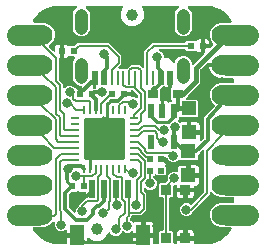
<source format=gbr>
G04 EAGLE Gerber RS-274X export*
G75*
%MOMM*%
%FSLAX34Y34*%
%LPD*%
%INTop Copper*%
%IPPOS*%
%AMOC8*
5,1,8,0,0,1.08239X$1,22.5*%
G01*
%ADD10C,1.000000*%
%ADD11R,1.300000X1.200000*%
%ADD12R,0.900000X0.900000*%
%ADD13C,0.350000*%
%ADD14R,0.800000X0.250000*%
%ADD15R,0.250000X0.800000*%
%ADD16R,0.600000X0.600000*%
%ADD17R,0.575000X1.150000*%
%ADD18R,0.275000X1.150000*%
%ADD19C,1.108000*%
%ADD20C,1.778000*%
%ADD21C,1.778000*%
%ADD22R,0.500000X1.550000*%
%ADD23R,1.200000X1.800000*%
%ADD24R,0.550000X1.200000*%
%ADD25R,0.500000X0.500000*%
%ADD26R,0.900000X0.800000*%
%ADD27C,0.254000*%
%ADD28C,0.304800*%
%ADD29C,0.800100*%
%ADD30C,0.406400*%
%ADD31C,0.177800*%
%ADD32C,0.152400*%

G36*
X44992Y129144D02*
X44992Y129144D01*
X45050Y129143D01*
X45132Y129164D01*
X45216Y129176D01*
X45269Y129200D01*
X45325Y129214D01*
X45398Y129258D01*
X45475Y129292D01*
X45520Y129330D01*
X45570Y129360D01*
X45628Y129421D01*
X45692Y129476D01*
X45724Y129524D01*
X45764Y129567D01*
X45803Y129642D01*
X45850Y129712D01*
X45867Y129768D01*
X45894Y129820D01*
X45905Y129888D01*
X45935Y129983D01*
X45938Y130083D01*
X45949Y130151D01*
X45949Y135750D01*
X45941Y135808D01*
X45943Y135866D01*
X45921Y135948D01*
X45909Y136032D01*
X45886Y136085D01*
X45871Y136141D01*
X45828Y136214D01*
X45793Y136291D01*
X45755Y136336D01*
X45726Y136386D01*
X45664Y136444D01*
X45610Y136508D01*
X45561Y136540D01*
X45518Y136580D01*
X45443Y136619D01*
X45373Y136666D01*
X45317Y136683D01*
X45265Y136710D01*
X45197Y136721D01*
X45102Y136751D01*
X45002Y136754D01*
X44934Y136765D01*
X44258Y136765D01*
X44243Y136769D01*
X44134Y136804D01*
X44106Y136805D01*
X44079Y136811D01*
X43965Y136808D01*
X43850Y136811D01*
X43823Y136804D01*
X43795Y136803D01*
X43781Y136799D01*
X43772Y136810D01*
X43742Y136859D01*
X43680Y136918D01*
X43624Y136983D01*
X43582Y137009D01*
X43535Y137053D01*
X43406Y137119D01*
X43339Y137161D01*
X41698Y137841D01*
X39711Y139828D01*
X38635Y142425D01*
X38635Y156315D01*
X39711Y158912D01*
X40530Y159731D01*
X40548Y159755D01*
X40570Y159774D01*
X40633Y159868D01*
X40701Y159958D01*
X40711Y159986D01*
X40728Y160010D01*
X40762Y160118D01*
X40802Y160224D01*
X40805Y160253D01*
X40813Y160281D01*
X40816Y160395D01*
X40826Y160507D01*
X40820Y160536D01*
X40821Y160565D01*
X40792Y160675D01*
X40770Y160786D01*
X40756Y160812D01*
X40749Y160840D01*
X40691Y160938D01*
X40639Y161038D01*
X40619Y161060D01*
X40604Y161085D01*
X40521Y161162D01*
X40443Y161244D01*
X40418Y161259D01*
X40396Y161279D01*
X40295Y161331D01*
X40198Y161388D01*
X40169Y161395D01*
X40143Y161409D01*
X40066Y161422D01*
X39922Y161458D01*
X39860Y161456D01*
X39812Y161464D01*
X35738Y161464D01*
X35726Y161476D01*
X35680Y161511D01*
X35639Y161554D01*
X35566Y161597D01*
X35499Y161647D01*
X35445Y161668D01*
X35394Y161698D01*
X35312Y161719D01*
X35233Y161749D01*
X35175Y161753D01*
X35118Y161768D01*
X35034Y161765D01*
X34950Y161772D01*
X34893Y161761D01*
X34834Y161759D01*
X34754Y161733D01*
X34671Y161716D01*
X34620Y161689D01*
X34564Y161671D01*
X34508Y161631D01*
X34419Y161585D01*
X34347Y161517D01*
X34290Y161476D01*
X33770Y160956D01*
X33191Y160621D01*
X32544Y160448D01*
X30709Y160448D01*
X30709Y165505D01*
X30701Y165563D01*
X30703Y165621D01*
X30681Y165703D01*
X30669Y165786D01*
X30646Y165840D01*
X30631Y165896D01*
X30588Y165969D01*
X30579Y165988D01*
X30610Y166034D01*
X30627Y166090D01*
X30654Y166142D01*
X30665Y166210D01*
X30695Y166305D01*
X30698Y166405D01*
X30709Y166473D01*
X30709Y171530D01*
X32544Y171530D01*
X33191Y171357D01*
X33770Y171022D01*
X34290Y170502D01*
X34337Y170466D01*
X34377Y170424D01*
X34450Y170381D01*
X34518Y170331D01*
X34572Y170310D01*
X34623Y170280D01*
X34704Y170260D01*
X34783Y170229D01*
X34842Y170225D01*
X34898Y170210D01*
X34983Y170213D01*
X35067Y170206D01*
X35124Y170217D01*
X35182Y170219D01*
X35263Y170245D01*
X35345Y170262D01*
X35397Y170289D01*
X35453Y170307D01*
X35509Y170347D01*
X35598Y170393D01*
X35670Y170462D01*
X35726Y170502D01*
X35738Y170514D01*
X40061Y170514D01*
X40147Y170526D01*
X40235Y170529D01*
X40287Y170546D01*
X40342Y170554D01*
X40422Y170589D01*
X40505Y170616D01*
X40544Y170644D01*
X40602Y170670D01*
X40715Y170766D01*
X40779Y170811D01*
X42434Y172467D01*
X69453Y172467D01*
X79630Y162290D01*
X79630Y154786D01*
X77919Y153075D01*
X77918Y153075D01*
X77471Y152628D01*
X77454Y152604D01*
X77431Y152585D01*
X77368Y152491D01*
X77300Y152401D01*
X77290Y152373D01*
X77274Y152349D01*
X77240Y152241D01*
X77199Y152135D01*
X77197Y152106D01*
X77188Y152078D01*
X77185Y151964D01*
X77176Y151852D01*
X77181Y151823D01*
X77181Y151794D01*
X77209Y151684D01*
X77232Y151573D01*
X77245Y151547D01*
X77253Y151519D01*
X77310Y151421D01*
X77363Y151321D01*
X77383Y151299D01*
X77398Y151274D01*
X77480Y151197D01*
X77558Y151115D01*
X77584Y151100D01*
X77605Y151080D01*
X77706Y151028D01*
X77804Y150971D01*
X77832Y150964D01*
X77858Y150950D01*
X77936Y150937D01*
X78079Y150901D01*
X78142Y150903D01*
X78189Y150895D01*
X78527Y150895D01*
X78596Y150877D01*
X78675Y150847D01*
X78733Y150842D01*
X78790Y150828D01*
X78874Y150830D01*
X78958Y150824D01*
X79016Y150835D01*
X79074Y150837D01*
X79154Y150863D01*
X79237Y150879D01*
X79267Y150895D01*
X83815Y150895D01*
X83901Y150907D01*
X83989Y150910D01*
X84041Y150927D01*
X84096Y150935D01*
X84176Y150970D01*
X84259Y150997D01*
X84299Y151025D01*
X84356Y151051D01*
X84469Y151147D01*
X84533Y151192D01*
X85935Y152594D01*
X85935Y152595D01*
X87646Y154306D01*
X95107Y154306D01*
X97102Y152310D01*
X97380Y152032D01*
X97404Y152015D01*
X97423Y151992D01*
X97517Y151930D01*
X97607Y151862D01*
X97635Y151851D01*
X97659Y151835D01*
X97767Y151800D01*
X97873Y151760D01*
X97902Y151758D01*
X97930Y151749D01*
X98043Y151746D01*
X98156Y151737D01*
X98185Y151742D01*
X98214Y151742D01*
X98324Y151770D01*
X98435Y151793D01*
X98461Y151806D01*
X98489Y151814D01*
X98587Y151871D01*
X98687Y151924D01*
X98709Y151944D01*
X98734Y151959D01*
X98811Y152041D01*
X98893Y152119D01*
X98908Y152145D01*
X98928Y152166D01*
X98980Y152267D01*
X99037Y152365D01*
X99044Y152393D01*
X99058Y152419D01*
X99071Y152496D01*
X99107Y152640D01*
X99105Y152703D01*
X99113Y152750D01*
X99113Y165847D01*
X105987Y172721D01*
X132890Y172721D01*
X132948Y172729D01*
X133006Y172727D01*
X133088Y172749D01*
X133172Y172761D01*
X133225Y172784D01*
X133281Y172799D01*
X133354Y172842D01*
X133431Y172877D01*
X133476Y172915D01*
X133526Y172944D01*
X133584Y173006D01*
X133648Y173060D01*
X133680Y173109D01*
X133720Y173152D01*
X133759Y173227D01*
X133806Y173297D01*
X133823Y173353D01*
X133850Y173405D01*
X133861Y173473D01*
X133891Y173568D01*
X133894Y173668D01*
X133905Y173736D01*
X133905Y174066D01*
X134798Y174959D01*
X142062Y174959D01*
X142074Y174947D01*
X142120Y174912D01*
X142161Y174869D01*
X142234Y174826D01*
X142301Y174776D01*
X142355Y174755D01*
X142406Y174725D01*
X142488Y174704D01*
X142567Y174674D01*
X142625Y174670D01*
X142682Y174655D01*
X142766Y174658D01*
X142850Y174651D01*
X142907Y174662D01*
X142966Y174664D01*
X143046Y174690D01*
X143129Y174707D01*
X143180Y174734D01*
X143236Y174752D01*
X143292Y174792D01*
X143381Y174838D01*
X143453Y174906D01*
X143510Y174947D01*
X144030Y175467D01*
X144609Y175802D01*
X145256Y175975D01*
X147091Y175975D01*
X147091Y170918D01*
X147099Y170860D01*
X147097Y170802D01*
X147119Y170720D01*
X147131Y170637D01*
X147154Y170583D01*
X147169Y170527D01*
X147212Y170454D01*
X147221Y170435D01*
X147190Y170389D01*
X147173Y170333D01*
X147146Y170281D01*
X147135Y170213D01*
X147105Y170118D01*
X147102Y170018D01*
X147091Y169950D01*
X147091Y164893D01*
X145256Y164893D01*
X144609Y165066D01*
X144030Y165401D01*
X143509Y165921D01*
X143463Y165956D01*
X143422Y165999D01*
X143350Y166042D01*
X143282Y166092D01*
X143228Y166113D01*
X143177Y166143D01*
X143095Y166164D01*
X143017Y166194D01*
X142958Y166198D01*
X142902Y166213D01*
X142817Y166210D01*
X142733Y166217D01*
X142676Y166206D01*
X142617Y166204D01*
X142537Y166178D01*
X142455Y166161D01*
X142403Y166134D01*
X142347Y166116D01*
X142291Y166076D01*
X142202Y166030D01*
X142130Y165961D01*
X142074Y165921D01*
X142062Y165909D01*
X134798Y165909D01*
X133905Y166802D01*
X133905Y167132D01*
X133897Y167190D01*
X133899Y167248D01*
X133877Y167330D01*
X133865Y167414D01*
X133842Y167467D01*
X133827Y167523D01*
X133784Y167596D01*
X133749Y167673D01*
X133711Y167718D01*
X133682Y167768D01*
X133620Y167826D01*
X133566Y167890D01*
X133517Y167922D01*
X133474Y167962D01*
X133399Y168001D01*
X133329Y168048D01*
X133273Y168065D01*
X133221Y168092D01*
X133153Y168103D01*
X133058Y168133D01*
X132958Y168136D01*
X132890Y168147D01*
X112176Y168147D01*
X112091Y168135D01*
X112005Y168133D01*
X111951Y168115D01*
X111895Y168107D01*
X111817Y168072D01*
X111735Y168046D01*
X111687Y168014D01*
X111635Y167991D01*
X111570Y167936D01*
X111499Y167888D01*
X111462Y167844D01*
X111418Y167808D01*
X111371Y167736D01*
X111316Y167670D01*
X111292Y167618D01*
X111261Y167571D01*
X111235Y167489D01*
X111200Y167410D01*
X111192Y167354D01*
X111175Y167300D01*
X111173Y167214D01*
X111161Y167129D01*
X111169Y167073D01*
X111168Y167016D01*
X111190Y166933D01*
X111202Y166847D01*
X111225Y166796D01*
X111240Y166741D01*
X111284Y166667D01*
X111319Y166588D01*
X111356Y166545D01*
X111385Y166496D01*
X111448Y166437D01*
X111503Y166372D01*
X111545Y166346D01*
X111592Y166302D01*
X111721Y166236D01*
X111788Y166194D01*
X113239Y165593D01*
X114793Y164039D01*
X115634Y162008D01*
X115634Y161176D01*
X115642Y161118D01*
X115641Y161060D01*
X115662Y160978D01*
X115674Y160894D01*
X115698Y160841D01*
X115713Y160785D01*
X115756Y160712D01*
X115790Y160635D01*
X115828Y160590D01*
X115858Y160540D01*
X115920Y160482D01*
X115974Y160418D01*
X116023Y160386D01*
X116065Y160346D01*
X116140Y160307D01*
X116211Y160260D01*
X116266Y160243D01*
X116318Y160216D01*
X116386Y160205D01*
X116482Y160175D01*
X116581Y160172D01*
X116649Y160161D01*
X118952Y160161D01*
X121080Y159279D01*
X122709Y157650D01*
X123211Y156439D01*
X123226Y156414D01*
X123235Y156386D01*
X123298Y156292D01*
X123355Y156194D01*
X123377Y156174D01*
X123393Y156150D01*
X123480Y156077D01*
X123562Y155999D01*
X123588Y155986D01*
X123610Y155967D01*
X123714Y155921D01*
X123815Y155869D01*
X123843Y155863D01*
X123870Y155851D01*
X123982Y155836D01*
X124094Y155814D01*
X124123Y155817D01*
X124152Y155813D01*
X124264Y155829D01*
X124377Y155839D01*
X124404Y155849D01*
X124433Y155853D01*
X124536Y155900D01*
X124642Y155941D01*
X124666Y155958D01*
X124692Y155970D01*
X124778Y156044D01*
X124869Y156112D01*
X124886Y156136D01*
X124909Y156155D01*
X124950Y156221D01*
X125039Y156340D01*
X125059Y156393D01*
X125077Y156420D01*
X125080Y156428D01*
X125087Y156439D01*
X126111Y158912D01*
X128098Y160899D01*
X130695Y161975D01*
X133505Y161975D01*
X136102Y160899D01*
X138089Y158912D01*
X139165Y156315D01*
X139165Y155536D01*
X139169Y155507D01*
X139166Y155477D01*
X139189Y155366D01*
X139205Y155254D01*
X139217Y155228D01*
X139222Y155199D01*
X139274Y155098D01*
X139321Y154995D01*
X139340Y154972D01*
X139353Y154946D01*
X139431Y154864D01*
X139504Y154778D01*
X139529Y154762D01*
X139549Y154740D01*
X139647Y154683D01*
X139741Y154620D01*
X139769Y154611D01*
X139794Y154597D01*
X139904Y154569D01*
X140012Y154534D01*
X140042Y154534D01*
X140070Y154526D01*
X140183Y154530D01*
X140296Y154527D01*
X140325Y154535D01*
X140354Y154536D01*
X140462Y154570D01*
X140571Y154599D01*
X140597Y154614D01*
X140625Y154623D01*
X140688Y154669D01*
X140816Y154744D01*
X140859Y154790D01*
X140898Y154818D01*
X149792Y163712D01*
X149844Y163782D01*
X149904Y163846D01*
X149930Y163895D01*
X149963Y163939D01*
X149994Y164021D01*
X150034Y164099D01*
X150042Y164146D01*
X150064Y164205D01*
X150076Y164352D01*
X150089Y164430D01*
X150089Y168935D01*
X154594Y168935D01*
X154681Y168947D01*
X154768Y168950D01*
X154821Y168967D01*
X154876Y168975D01*
X154955Y169010D01*
X155039Y169037D01*
X155078Y169065D01*
X155135Y169091D01*
X155248Y169187D01*
X155312Y169232D01*
X157360Y171280D01*
X157395Y171327D01*
X157438Y171367D01*
X157481Y171440D01*
X157531Y171507D01*
X157552Y171562D01*
X157582Y171613D01*
X157602Y171694D01*
X157632Y171773D01*
X157637Y171831D01*
X157652Y171888D01*
X157649Y171972D01*
X157656Y172056D01*
X157644Y172114D01*
X157643Y172172D01*
X157617Y172253D01*
X157600Y172335D01*
X157573Y172387D01*
X157555Y172443D01*
X157515Y172499D01*
X157469Y172587D01*
X157400Y172660D01*
X157360Y172716D01*
X156271Y173806D01*
X156084Y174257D01*
X156040Y174331D01*
X156005Y174409D01*
X155968Y174452D01*
X155939Y174501D01*
X155877Y174560D01*
X155821Y174626D01*
X155774Y174658D01*
X155733Y174697D01*
X155656Y174736D01*
X155585Y174784D01*
X155531Y174801D01*
X155480Y174827D01*
X155396Y174844D01*
X155314Y174869D01*
X155257Y174871D01*
X155201Y174882D01*
X155116Y174875D01*
X155066Y174876D01*
X155132Y174926D01*
X155166Y174971D01*
X155207Y175011D01*
X155250Y175085D01*
X155302Y175153D01*
X155322Y175207D01*
X155351Y175256D01*
X155372Y175339D01*
X155402Y175419D01*
X155407Y175476D01*
X155421Y175531D01*
X155418Y175617D01*
X155425Y175703D01*
X155414Y175751D01*
X155412Y175815D01*
X155367Y175953D01*
X155349Y176030D01*
X154685Y177633D01*
X154685Y181777D01*
X156271Y185605D01*
X159200Y188534D01*
X163028Y190120D01*
X171991Y190120D01*
X172065Y190130D01*
X172140Y190131D01*
X172205Y190150D01*
X172272Y190160D01*
X172341Y190190D01*
X172413Y190212D01*
X172470Y190248D01*
X172531Y190276D01*
X172589Y190324D01*
X172652Y190365D01*
X172697Y190416D01*
X172748Y190459D01*
X172790Y190522D01*
X172840Y190579D01*
X172869Y190640D01*
X172906Y190696D01*
X172929Y190768D01*
X172961Y190836D01*
X172971Y190903D01*
X172992Y190967D01*
X172994Y191042D01*
X173006Y191117D01*
X172997Y191174D01*
X172999Y191251D01*
X172968Y191372D01*
X172956Y191449D01*
X172829Y191841D01*
X172704Y192096D01*
X172691Y192110D01*
X172685Y192124D01*
X168667Y197653D01*
X168470Y197857D01*
X168454Y197866D01*
X168443Y197877D01*
X162914Y201895D01*
X162663Y202028D01*
X162644Y202032D01*
X162631Y202039D01*
X156131Y204151D01*
X155971Y204179D01*
X155897Y204197D01*
X152480Y204466D01*
X152435Y204463D01*
X152400Y204469D01*
X136783Y204469D01*
X136754Y204465D01*
X136725Y204468D01*
X136613Y204445D01*
X136501Y204429D01*
X136475Y204417D01*
X136446Y204412D01*
X136345Y204359D01*
X136242Y204313D01*
X136220Y204294D01*
X136193Y204281D01*
X136111Y204203D01*
X136025Y204130D01*
X136009Y204105D01*
X135987Y204085D01*
X135930Y203987D01*
X135867Y203893D01*
X135858Y203865D01*
X135844Y203840D01*
X135816Y203730D01*
X135782Y203622D01*
X135781Y203592D01*
X135774Y203564D01*
X135777Y203451D01*
X135774Y203338D01*
X135782Y203309D01*
X135783Y203280D01*
X135817Y203172D01*
X135846Y203063D01*
X135861Y203037D01*
X135870Y203009D01*
X135916Y202946D01*
X135991Y202818D01*
X136037Y202775D01*
X136065Y202736D01*
X138089Y200712D01*
X139165Y198115D01*
X139165Y184225D01*
X138089Y181628D01*
X136102Y179641D01*
X133505Y178565D01*
X130695Y178565D01*
X128098Y179641D01*
X126111Y181628D01*
X125035Y184225D01*
X125035Y198115D01*
X126111Y200712D01*
X128135Y202736D01*
X128153Y202760D01*
X128175Y202779D01*
X128238Y202873D01*
X128306Y202963D01*
X128316Y202991D01*
X128333Y203015D01*
X128367Y203123D01*
X128407Y203229D01*
X128410Y203258D01*
X128418Y203286D01*
X128421Y203400D01*
X128431Y203512D01*
X128425Y203541D01*
X128426Y203570D01*
X128397Y203680D01*
X128375Y203791D01*
X128361Y203817D01*
X128354Y203845D01*
X128296Y203943D01*
X128244Y204043D01*
X128224Y204065D01*
X128209Y204090D01*
X128126Y204167D01*
X128048Y204249D01*
X128023Y204264D01*
X128001Y204284D01*
X127901Y204336D01*
X127803Y204393D01*
X127774Y204400D01*
X127748Y204414D01*
X127671Y204427D01*
X127527Y204463D01*
X127465Y204461D01*
X127417Y204469D01*
X97707Y204469D01*
X97668Y204464D01*
X97629Y204466D01*
X97528Y204444D01*
X97425Y204429D01*
X97390Y204413D01*
X97352Y204405D01*
X97261Y204356D01*
X97166Y204313D01*
X97136Y204288D01*
X97102Y204269D01*
X97028Y204196D01*
X96949Y204130D01*
X96927Y204097D01*
X96899Y204070D01*
X96849Y203979D01*
X96791Y203893D01*
X96780Y203856D01*
X96760Y203822D01*
X96737Y203721D01*
X96706Y203622D01*
X96705Y203583D01*
X96696Y203545D01*
X96701Y203441D01*
X96698Y203338D01*
X96708Y203300D01*
X96710Y203261D01*
X96737Y203188D01*
X96770Y203063D01*
X96808Y202999D01*
X96828Y202946D01*
X98814Y199506D01*
X98814Y194194D01*
X96157Y189593D01*
X91556Y186936D01*
X86244Y186936D01*
X81643Y189593D01*
X78986Y194194D01*
X78986Y199506D01*
X80972Y202946D01*
X80987Y202983D01*
X81009Y203015D01*
X81040Y203114D01*
X81079Y203210D01*
X81083Y203249D01*
X81094Y203286D01*
X81097Y203390D01*
X81108Y203493D01*
X81101Y203531D01*
X81102Y203570D01*
X81076Y203671D01*
X81057Y203773D01*
X81040Y203808D01*
X81030Y203845D01*
X80977Y203934D01*
X80931Y204027D01*
X80905Y204056D01*
X80885Y204090D01*
X80809Y204161D01*
X80739Y204237D01*
X80706Y204258D01*
X80677Y204284D01*
X80585Y204331D01*
X80497Y204386D01*
X80459Y204396D01*
X80424Y204414D01*
X80348Y204427D01*
X80223Y204461D01*
X80148Y204460D01*
X80093Y204469D01*
X50383Y204469D01*
X50354Y204465D01*
X50325Y204468D01*
X50213Y204445D01*
X50101Y204429D01*
X50075Y204417D01*
X50046Y204412D01*
X49945Y204359D01*
X49842Y204313D01*
X49820Y204294D01*
X49793Y204281D01*
X49711Y204203D01*
X49625Y204130D01*
X49609Y204105D01*
X49587Y204085D01*
X49530Y203987D01*
X49467Y203893D01*
X49458Y203865D01*
X49444Y203840D01*
X49416Y203730D01*
X49382Y203622D01*
X49381Y203592D01*
X49374Y203564D01*
X49377Y203451D01*
X49374Y203338D01*
X49382Y203309D01*
X49383Y203280D01*
X49417Y203172D01*
X49446Y203063D01*
X49461Y203037D01*
X49470Y203009D01*
X49516Y202946D01*
X49591Y202818D01*
X49637Y202775D01*
X49665Y202736D01*
X51689Y200712D01*
X52765Y198115D01*
X52765Y184225D01*
X51689Y181628D01*
X49702Y179641D01*
X47105Y178565D01*
X44295Y178565D01*
X41698Y179641D01*
X39711Y181628D01*
X38635Y184225D01*
X38635Y198115D01*
X39711Y200712D01*
X41735Y202736D01*
X41753Y202760D01*
X41775Y202779D01*
X41838Y202873D01*
X41906Y202963D01*
X41916Y202991D01*
X41933Y203015D01*
X41967Y203123D01*
X42007Y203229D01*
X42010Y203258D01*
X42018Y203286D01*
X42021Y203400D01*
X42031Y203512D01*
X42025Y203541D01*
X42026Y203570D01*
X41997Y203680D01*
X41975Y203791D01*
X41961Y203817D01*
X41954Y203845D01*
X41896Y203943D01*
X41844Y204043D01*
X41824Y204065D01*
X41809Y204090D01*
X41726Y204167D01*
X41648Y204249D01*
X41623Y204264D01*
X41601Y204284D01*
X41501Y204336D01*
X41403Y204393D01*
X41374Y204400D01*
X41348Y204414D01*
X41271Y204427D01*
X41127Y204463D01*
X41065Y204461D01*
X41017Y204469D01*
X25400Y204469D01*
X25356Y204463D01*
X25320Y204466D01*
X21903Y204197D01*
X21745Y204162D01*
X21669Y204151D01*
X15169Y202039D01*
X14914Y201914D01*
X14900Y201901D01*
X14886Y201895D01*
X9357Y197877D01*
X9153Y197680D01*
X9144Y197664D01*
X9133Y197653D01*
X5115Y192124D01*
X4982Y191873D01*
X4978Y191855D01*
X4971Y191841D01*
X4844Y191449D01*
X4831Y191375D01*
X4808Y191303D01*
X4806Y191235D01*
X4795Y191169D01*
X4803Y191094D01*
X4801Y191019D01*
X4818Y190953D01*
X4825Y190886D01*
X4854Y190816D01*
X4873Y190744D01*
X4907Y190686D01*
X4933Y190623D01*
X4979Y190564D01*
X5018Y190499D01*
X5067Y190453D01*
X5109Y190400D01*
X5170Y190356D01*
X5225Y190305D01*
X5285Y190274D01*
X5340Y190235D01*
X5411Y190210D01*
X5478Y190175D01*
X5535Y190166D01*
X5608Y190140D01*
X5734Y190132D01*
X5809Y190120D01*
X14772Y190120D01*
X18600Y188534D01*
X21529Y185605D01*
X23115Y181777D01*
X23115Y177633D01*
X21529Y173806D01*
X18488Y170765D01*
X18474Y170746D01*
X18459Y170732D01*
X18441Y170707D01*
X18411Y170678D01*
X18368Y170605D01*
X18318Y170538D01*
X18303Y170498D01*
X18301Y170496D01*
X18297Y170484D01*
X18297Y170483D01*
X18267Y170433D01*
X18246Y170351D01*
X18216Y170272D01*
X18212Y170214D01*
X18197Y170157D01*
X18200Y170073D01*
X18193Y169989D01*
X18204Y169931D01*
X18206Y169873D01*
X18232Y169793D01*
X18249Y169710D01*
X18276Y169658D01*
X18294Y169602D01*
X18334Y169546D01*
X18380Y169458D01*
X18448Y169385D01*
X18488Y169329D01*
X21936Y165881D01*
X21959Y165864D01*
X21978Y165841D01*
X22073Y165778D01*
X22163Y165711D01*
X22191Y165700D01*
X22215Y165684D01*
X22323Y165650D01*
X22429Y165609D01*
X22458Y165607D01*
X22486Y165598D01*
X22600Y165595D01*
X22712Y165586D01*
X22741Y165591D01*
X22770Y165591D01*
X22880Y165619D01*
X22991Y165642D01*
X23017Y165655D01*
X23045Y165663D01*
X23143Y165721D01*
X23243Y165773D01*
X23264Y165793D01*
X23290Y165808D01*
X23367Y165890D01*
X23449Y165968D01*
X23464Y165994D01*
X23484Y166015D01*
X23536Y166116D01*
X23593Y166214D01*
X23600Y166242D01*
X23614Y166268D01*
X23627Y166346D01*
X23663Y166489D01*
X23661Y166552D01*
X23669Y166599D01*
X23669Y169323D01*
X23842Y169970D01*
X24177Y170549D01*
X24650Y171022D01*
X25229Y171357D01*
X25876Y171530D01*
X27711Y171530D01*
X27711Y166473D01*
X27719Y166415D01*
X27717Y166357D01*
X27739Y166275D01*
X27751Y166192D01*
X27774Y166138D01*
X27789Y166082D01*
X27832Y166009D01*
X27841Y165990D01*
X27810Y165944D01*
X27793Y165888D01*
X27766Y165836D01*
X27755Y165768D01*
X27725Y165673D01*
X27722Y165573D01*
X27711Y165505D01*
X27711Y160448D01*
X27559Y160448D01*
X27501Y160440D01*
X27443Y160442D01*
X27361Y160420D01*
X27277Y160408D01*
X27224Y160385D01*
X27168Y160370D01*
X27095Y160327D01*
X27018Y160292D01*
X26973Y160254D01*
X26923Y160225D01*
X26865Y160163D01*
X26801Y160109D01*
X26769Y160060D01*
X26729Y160017D01*
X26690Y159942D01*
X26643Y159872D01*
X26626Y159816D01*
X26599Y159764D01*
X26588Y159696D01*
X26558Y159601D01*
X26555Y159501D01*
X26544Y159433D01*
X26544Y141755D01*
X26556Y141669D01*
X26559Y141581D01*
X26576Y141529D01*
X26584Y141474D01*
X26619Y141394D01*
X26646Y141311D01*
X26674Y141272D01*
X26700Y141214D01*
X26796Y141101D01*
X26841Y141037D01*
X29846Y138033D01*
X29846Y135670D01*
X29850Y135641D01*
X29847Y135611D01*
X29870Y135500D01*
X29886Y135388D01*
X29898Y135361D01*
X29903Y135333D01*
X29956Y135232D01*
X30002Y135129D01*
X30021Y135106D01*
X30034Y135080D01*
X30112Y134998D01*
X30185Y134912D01*
X30210Y134896D01*
X30230Y134874D01*
X30328Y134817D01*
X30422Y134754D01*
X30450Y134745D01*
X30475Y134731D01*
X30585Y134703D01*
X30693Y134668D01*
X30723Y134668D01*
X30751Y134660D01*
X30864Y134664D01*
X30977Y134661D01*
X31006Y134669D01*
X31035Y134669D01*
X31143Y134704D01*
X31252Y134733D01*
X31278Y134748D01*
X31306Y134757D01*
X31370Y134803D01*
X31497Y134878D01*
X31540Y134924D01*
X31579Y134952D01*
X32617Y135990D01*
X34648Y136831D01*
X36846Y136831D01*
X38877Y135990D01*
X39552Y135314D01*
X39614Y135268D01*
X39670Y135213D01*
X39728Y135183D01*
X39779Y135143D01*
X39852Y135116D01*
X39921Y135079D01*
X39984Y135065D01*
X40045Y135042D01*
X40123Y135036D01*
X40199Y135020D01*
X40254Y135025D01*
X40328Y135019D01*
X40455Y135044D01*
X40533Y135052D01*
X41116Y135208D01*
X42951Y135208D01*
X42951Y130151D01*
X42959Y130093D01*
X42957Y130035D01*
X42979Y129953D01*
X42991Y129870D01*
X43014Y129816D01*
X43029Y129760D01*
X43072Y129687D01*
X43107Y129610D01*
X43145Y129566D01*
X43174Y129515D01*
X43236Y129458D01*
X43290Y129393D01*
X43339Y129361D01*
X43382Y129321D01*
X43457Y129282D01*
X43527Y129236D01*
X43583Y129218D01*
X43635Y129191D01*
X43703Y129180D01*
X43798Y129150D01*
X43898Y129147D01*
X43966Y129136D01*
X44934Y129136D01*
X44992Y129144D01*
G37*
G36*
X88606Y2549D02*
X88606Y2549D01*
X88664Y2547D01*
X88746Y2569D01*
X88830Y2581D01*
X88883Y2604D01*
X88939Y2619D01*
X89012Y2662D01*
X89089Y2697D01*
X89134Y2735D01*
X89184Y2764D01*
X89242Y2826D01*
X89306Y2880D01*
X89338Y2929D01*
X89378Y2972D01*
X89417Y3047D01*
X89464Y3117D01*
X89481Y3173D01*
X89508Y3225D01*
X89519Y3293D01*
X89549Y3388D01*
X89552Y3488D01*
X89563Y3556D01*
X89563Y7985D01*
X97088Y7985D01*
X97146Y7993D01*
X97204Y7991D01*
X97286Y8013D01*
X97369Y8025D01*
X97423Y8049D01*
X97479Y8063D01*
X97552Y8106D01*
X97629Y8141D01*
X97673Y8179D01*
X97724Y8209D01*
X97781Y8270D01*
X97846Y8325D01*
X97878Y8373D01*
X97918Y8416D01*
X97957Y8491D01*
X98003Y8561D01*
X98021Y8617D01*
X98048Y8669D01*
X98059Y8737D01*
X98089Y8832D01*
X98092Y8932D01*
X98103Y9000D01*
X98103Y10017D01*
X98105Y10017D01*
X98105Y9000D01*
X98113Y8942D01*
X98112Y8884D01*
X98133Y8802D01*
X98145Y8719D01*
X98169Y8665D01*
X98183Y8609D01*
X98226Y8536D01*
X98261Y8459D01*
X98299Y8414D01*
X98329Y8364D01*
X98390Y8306D01*
X98445Y8242D01*
X98493Y8210D01*
X98536Y8170D01*
X98611Y8131D01*
X98681Y8085D01*
X98737Y8067D01*
X98789Y8040D01*
X98857Y8029D01*
X98952Y7999D01*
X99052Y7996D01*
X99120Y7985D01*
X106645Y7985D01*
X106645Y3556D01*
X106653Y3498D01*
X106651Y3440D01*
X106673Y3358D01*
X106685Y3274D01*
X106708Y3221D01*
X106723Y3165D01*
X106766Y3092D01*
X106801Y3015D01*
X106839Y2970D01*
X106868Y2920D01*
X106930Y2862D01*
X106984Y2798D01*
X107033Y2766D01*
X107076Y2726D01*
X107151Y2687D01*
X107221Y2640D01*
X107277Y2623D01*
X107329Y2596D01*
X107397Y2585D01*
X107492Y2555D01*
X107592Y2552D01*
X107660Y2541D01*
X110690Y2541D01*
X110748Y2549D01*
X110806Y2547D01*
X110888Y2569D01*
X110972Y2581D01*
X111025Y2604D01*
X111081Y2619D01*
X111154Y2662D01*
X111231Y2697D01*
X111276Y2735D01*
X111326Y2764D01*
X111384Y2826D01*
X111448Y2880D01*
X111480Y2929D01*
X111520Y2972D01*
X111559Y3047D01*
X111606Y3117D01*
X111623Y3173D01*
X111650Y3225D01*
X111661Y3293D01*
X111691Y3388D01*
X111694Y3488D01*
X111705Y3556D01*
X111705Y12572D01*
X112598Y13465D01*
X114301Y13465D01*
X114359Y13473D01*
X114417Y13471D01*
X114499Y13493D01*
X114583Y13505D01*
X114636Y13528D01*
X114692Y13543D01*
X114765Y13586D01*
X114842Y13621D01*
X114887Y13659D01*
X114937Y13688D01*
X114995Y13750D01*
X115059Y13804D01*
X115091Y13853D01*
X115131Y13896D01*
X115170Y13971D01*
X115217Y14041D01*
X115234Y14097D01*
X115261Y14149D01*
X115272Y14217D01*
X115302Y14312D01*
X115305Y14412D01*
X115316Y14480D01*
X115316Y41400D01*
X115308Y41458D01*
X115310Y41516D01*
X115288Y41598D01*
X115276Y41682D01*
X115253Y41735D01*
X115238Y41791D01*
X115195Y41864D01*
X115160Y41941D01*
X115122Y41986D01*
X115093Y42036D01*
X115031Y42094D01*
X114977Y42158D01*
X114928Y42190D01*
X114885Y42230D01*
X114810Y42269D01*
X114740Y42316D01*
X114684Y42333D01*
X114632Y42360D01*
X114564Y42371D01*
X114469Y42401D01*
X114369Y42404D01*
X114301Y42415D01*
X112598Y42415D01*
X111705Y43308D01*
X111705Y53572D01*
X112598Y54465D01*
X116544Y54465D01*
X116630Y54477D01*
X116718Y54480D01*
X116770Y54497D01*
X116825Y54505D01*
X116905Y54540D01*
X116988Y54567D01*
X117027Y54595D01*
X117085Y54621D01*
X117198Y54717D01*
X117262Y54762D01*
X118625Y56125D01*
X118626Y56127D01*
X118627Y56128D01*
X118709Y56238D01*
X118796Y56352D01*
X118796Y56354D01*
X118797Y56355D01*
X118846Y56486D01*
X118897Y56618D01*
X118897Y56620D01*
X118898Y56621D01*
X118909Y56762D01*
X118920Y56901D01*
X118920Y56903D01*
X118920Y56905D01*
X118917Y56920D01*
X118865Y57180D01*
X118850Y57207D01*
X118845Y57232D01*
X118808Y57321D01*
X118808Y59519D01*
X119649Y61550D01*
X121203Y63104D01*
X123234Y63945D01*
X125432Y63945D01*
X125953Y63729D01*
X126065Y63701D01*
X126174Y63666D01*
X126202Y63665D01*
X126229Y63658D01*
X126343Y63662D01*
X126458Y63659D01*
X126485Y63666D01*
X126513Y63666D01*
X126622Y63701D01*
X126733Y63730D01*
X126757Y63745D01*
X126784Y63753D01*
X126879Y63817D01*
X126978Y63876D01*
X126997Y63896D01*
X127020Y63911D01*
X127094Y63999D01*
X127172Y64083D01*
X127185Y64108D01*
X127203Y64129D01*
X127249Y64234D01*
X127302Y64336D01*
X127306Y64361D01*
X127318Y64389D01*
X127355Y64652D01*
X127357Y64667D01*
X127357Y67040D01*
X127530Y67687D01*
X127865Y68266D01*
X128338Y68739D01*
X128917Y69074D01*
X129564Y69247D01*
X134367Y69247D01*
X134367Y61722D01*
X134375Y61664D01*
X134373Y61606D01*
X134395Y61524D01*
X134407Y61441D01*
X134431Y61387D01*
X134445Y61331D01*
X134488Y61258D01*
X134523Y61181D01*
X134561Y61137D01*
X134591Y61086D01*
X134652Y61029D01*
X134707Y60964D01*
X134755Y60932D01*
X134798Y60892D01*
X134873Y60853D01*
X134943Y60807D01*
X134999Y60789D01*
X135051Y60762D01*
X135119Y60751D01*
X135214Y60721D01*
X135314Y60718D01*
X135382Y60707D01*
X136399Y60707D01*
X136399Y59690D01*
X136407Y59632D01*
X136406Y59574D01*
X136427Y59492D01*
X136439Y59409D01*
X136463Y59355D01*
X136477Y59299D01*
X136520Y59226D01*
X136555Y59149D01*
X136593Y59104D01*
X136623Y59054D01*
X136684Y58996D01*
X136739Y58932D01*
X136787Y58900D01*
X136830Y58860D01*
X136905Y58821D01*
X136975Y58775D01*
X137031Y58757D01*
X137083Y58730D01*
X137151Y58719D01*
X137246Y58689D01*
X137346Y58686D01*
X137414Y58675D01*
X145439Y58675D01*
X145439Y54372D01*
X145266Y53725D01*
X144931Y53146D01*
X144458Y52673D01*
X143879Y52338D01*
X143232Y52165D01*
X141786Y52165D01*
X141728Y52157D01*
X141670Y52159D01*
X141588Y52137D01*
X141504Y52125D01*
X141451Y52102D01*
X141395Y52087D01*
X141322Y52044D01*
X141245Y52009D01*
X141200Y51971D01*
X141150Y51942D01*
X141092Y51880D01*
X141028Y51826D01*
X140996Y51777D01*
X140956Y51734D01*
X140917Y51659D01*
X140870Y51589D01*
X140853Y51533D01*
X140826Y51481D01*
X140815Y51413D01*
X140785Y51318D01*
X140782Y51218D01*
X140771Y51150D01*
X140771Y50471D01*
X134746Y50471D01*
X134688Y50463D01*
X134630Y50464D01*
X134548Y50443D01*
X134465Y50431D01*
X134411Y50407D01*
X134355Y50393D01*
X134282Y50350D01*
X134205Y50315D01*
X134161Y50277D01*
X134110Y50247D01*
X134053Y50186D01*
X133988Y50131D01*
X133956Y50083D01*
X133916Y50040D01*
X133877Y49965D01*
X133831Y49895D01*
X133813Y49839D01*
X133786Y49787D01*
X133775Y49719D01*
X133745Y49624D01*
X133742Y49524D01*
X133731Y49456D01*
X133731Y48439D01*
X133729Y48439D01*
X133729Y49456D01*
X133721Y49514D01*
X133722Y49572D01*
X133701Y49654D01*
X133689Y49737D01*
X133665Y49791D01*
X133651Y49847D01*
X133608Y49920D01*
X133573Y49997D01*
X133535Y50041D01*
X133505Y50092D01*
X133444Y50149D01*
X133389Y50214D01*
X133341Y50246D01*
X133298Y50286D01*
X133223Y50325D01*
X133153Y50371D01*
X133097Y50389D01*
X133045Y50416D01*
X132977Y50427D01*
X132882Y50457D01*
X132782Y50460D01*
X132714Y50471D01*
X126689Y50471D01*
X126689Y51896D01*
X126673Y52010D01*
X126663Y52124D01*
X126653Y52150D01*
X126649Y52178D01*
X126602Y52283D01*
X126561Y52390D01*
X126544Y52412D01*
X126533Y52437D01*
X126459Y52525D01*
X126389Y52616D01*
X126367Y52633D01*
X126350Y52654D01*
X126254Y52718D01*
X126162Y52787D01*
X126136Y52796D01*
X126113Y52812D01*
X126003Y52846D01*
X125896Y52887D01*
X125868Y52889D01*
X125842Y52897D01*
X125727Y52900D01*
X125612Y52909D01*
X125588Y52904D01*
X125558Y52905D01*
X125520Y52895D01*
X124770Y52895D01*
X124712Y52887D01*
X124654Y52888D01*
X124572Y52867D01*
X124488Y52855D01*
X124435Y52831D01*
X124379Y52816D01*
X124306Y52773D01*
X124229Y52739D01*
X124184Y52701D01*
X124134Y52671D01*
X124076Y52609D01*
X124012Y52555D01*
X123980Y52506D01*
X123940Y52464D01*
X123901Y52389D01*
X123854Y52318D01*
X123837Y52263D01*
X123810Y52211D01*
X123799Y52143D01*
X123769Y52047D01*
X123766Y51948D01*
X123755Y51880D01*
X123755Y43308D01*
X122862Y42415D01*
X121159Y42415D01*
X121101Y42407D01*
X121043Y42409D01*
X120961Y42387D01*
X120877Y42375D01*
X120824Y42352D01*
X120768Y42337D01*
X120695Y42294D01*
X120618Y42259D01*
X120573Y42221D01*
X120523Y42192D01*
X120465Y42130D01*
X120401Y42076D01*
X120369Y42027D01*
X120329Y41984D01*
X120290Y41909D01*
X120243Y41839D01*
X120226Y41783D01*
X120199Y41731D01*
X120188Y41663D01*
X120158Y41568D01*
X120155Y41468D01*
X120144Y41400D01*
X120144Y14480D01*
X120152Y14422D01*
X120150Y14364D01*
X120172Y14282D01*
X120184Y14198D01*
X120207Y14145D01*
X120222Y14089D01*
X120265Y14016D01*
X120300Y13939D01*
X120338Y13894D01*
X120367Y13844D01*
X120429Y13786D01*
X120483Y13722D01*
X120532Y13690D01*
X120575Y13650D01*
X120650Y13611D01*
X120720Y13564D01*
X120776Y13547D01*
X120828Y13520D01*
X120896Y13509D01*
X120991Y13479D01*
X121091Y13476D01*
X121159Y13465D01*
X122862Y13465D01*
X123755Y12572D01*
X123755Y3556D01*
X123763Y3498D01*
X123761Y3440D01*
X123783Y3358D01*
X123795Y3274D01*
X123818Y3221D01*
X123833Y3165D01*
X123876Y3092D01*
X123911Y3015D01*
X123949Y2970D01*
X123978Y2920D01*
X124040Y2862D01*
X124094Y2798D01*
X124143Y2766D01*
X124186Y2726D01*
X124261Y2687D01*
X124331Y2640D01*
X124387Y2623D01*
X124439Y2596D01*
X124507Y2585D01*
X124602Y2555D01*
X124702Y2552D01*
X124770Y2541D01*
X125674Y2541D01*
X125732Y2549D01*
X125790Y2547D01*
X125872Y2569D01*
X125956Y2581D01*
X126009Y2604D01*
X126065Y2619D01*
X126138Y2662D01*
X126215Y2697D01*
X126260Y2735D01*
X126310Y2764D01*
X126368Y2826D01*
X126432Y2880D01*
X126464Y2929D01*
X126504Y2972D01*
X126543Y3047D01*
X126590Y3117D01*
X126607Y3173D01*
X126634Y3225D01*
X126645Y3293D01*
X126675Y3388D01*
X126678Y3488D01*
X126689Y3556D01*
X126689Y5409D01*
X132714Y5409D01*
X132772Y5417D01*
X132830Y5415D01*
X132912Y5437D01*
X132995Y5449D01*
X133049Y5473D01*
X133105Y5487D01*
X133178Y5530D01*
X133255Y5565D01*
X133299Y5603D01*
X133350Y5633D01*
X133407Y5694D01*
X133472Y5749D01*
X133504Y5797D01*
X133544Y5840D01*
X133583Y5915D01*
X133629Y5985D01*
X133647Y6041D01*
X133674Y6093D01*
X133685Y6161D01*
X133715Y6256D01*
X133718Y6356D01*
X133729Y6424D01*
X133729Y7441D01*
X133731Y7441D01*
X133731Y6424D01*
X133739Y6366D01*
X133738Y6308D01*
X133759Y6226D01*
X133771Y6143D01*
X133795Y6089D01*
X133809Y6033D01*
X133852Y5960D01*
X133887Y5883D01*
X133925Y5838D01*
X133955Y5788D01*
X134016Y5730D01*
X134071Y5666D01*
X134119Y5634D01*
X134162Y5594D01*
X134237Y5555D01*
X134307Y5509D01*
X134363Y5491D01*
X134415Y5464D01*
X134483Y5453D01*
X134578Y5423D01*
X134678Y5420D01*
X134746Y5409D01*
X140771Y5409D01*
X140771Y3556D01*
X140779Y3498D01*
X140777Y3440D01*
X140799Y3358D01*
X140811Y3274D01*
X140834Y3221D01*
X140849Y3165D01*
X140892Y3092D01*
X140927Y3015D01*
X140965Y2970D01*
X140994Y2920D01*
X141056Y2862D01*
X141110Y2798D01*
X141159Y2766D01*
X141202Y2726D01*
X141277Y2687D01*
X141347Y2640D01*
X141403Y2623D01*
X141455Y2596D01*
X141523Y2585D01*
X141618Y2555D01*
X141718Y2552D01*
X141786Y2541D01*
X152400Y2541D01*
X152444Y2547D01*
X152480Y2544D01*
X155897Y2813D01*
X156055Y2848D01*
X156131Y2859D01*
X162631Y4971D01*
X162886Y5096D01*
X162900Y5109D01*
X162914Y5115D01*
X168443Y9133D01*
X168647Y9330D01*
X168656Y9346D01*
X168667Y9357D01*
X172685Y14886D01*
X172818Y15137D01*
X172822Y15156D01*
X172829Y15169D01*
X172956Y15561D01*
X172969Y15635D01*
X172992Y15707D01*
X172994Y15775D01*
X173005Y15841D01*
X172997Y15916D01*
X172999Y15991D01*
X172982Y16057D01*
X172975Y16124D01*
X172946Y16194D01*
X172927Y16266D01*
X172893Y16324D01*
X172867Y16387D01*
X172820Y16446D01*
X172782Y16511D01*
X172733Y16557D01*
X172691Y16610D01*
X172630Y16654D01*
X172575Y16705D01*
X172515Y16736D01*
X172460Y16775D01*
X172389Y16801D01*
X172322Y16835D01*
X172265Y16844D01*
X172192Y16870D01*
X172066Y16878D01*
X171991Y16890D01*
X163028Y16890D01*
X159200Y18476D01*
X156271Y21405D01*
X154685Y25233D01*
X154685Y29377D01*
X156271Y33205D01*
X159200Y36134D01*
X163028Y37720D01*
X174244Y37720D01*
X174302Y37728D01*
X174360Y37726D01*
X174442Y37748D01*
X174526Y37760D01*
X174579Y37783D01*
X174635Y37798D01*
X174708Y37841D01*
X174785Y37876D01*
X174830Y37914D01*
X174880Y37943D01*
X174938Y38005D01*
X175002Y38059D01*
X175034Y38108D01*
X175074Y38151D01*
X175113Y38226D01*
X175160Y38296D01*
X175177Y38352D01*
X175204Y38404D01*
X175215Y38472D01*
X175245Y38567D01*
X175248Y38667D01*
X175259Y38735D01*
X175259Y41275D01*
X175251Y41333D01*
X175253Y41391D01*
X175231Y41473D01*
X175219Y41557D01*
X175196Y41610D01*
X175181Y41666D01*
X175138Y41739D01*
X175103Y41816D01*
X175065Y41861D01*
X175036Y41911D01*
X174974Y41969D01*
X174920Y42033D01*
X174871Y42065D01*
X174828Y42105D01*
X174753Y42144D01*
X174683Y42191D01*
X174627Y42208D01*
X174575Y42235D01*
X174507Y42246D01*
X174412Y42276D01*
X174312Y42279D01*
X174244Y42290D01*
X163028Y42290D01*
X159201Y43876D01*
X156547Y46529D01*
X156523Y46547D01*
X156504Y46569D01*
X156410Y46632D01*
X156320Y46700D01*
X156292Y46711D01*
X156268Y46727D01*
X156160Y46761D01*
X156054Y46802D01*
X156025Y46804D01*
X155997Y46813D01*
X155883Y46816D01*
X155771Y46825D01*
X155742Y46819D01*
X155713Y46820D01*
X155603Y46792D01*
X155492Y46769D01*
X155466Y46756D01*
X155438Y46748D01*
X155340Y46690D01*
X155240Y46638D01*
X155218Y46618D01*
X155193Y46603D01*
X155116Y46521D01*
X155034Y46442D01*
X155019Y46417D01*
X154999Y46396D01*
X154947Y46295D01*
X154890Y46197D01*
X154883Y46169D01*
X154869Y46143D01*
X154856Y46065D01*
X154820Y45922D01*
X154822Y45859D01*
X154814Y45812D01*
X154814Y44720D01*
X139864Y29771D01*
X139846Y29746D01*
X139822Y29726D01*
X139781Y29660D01*
X139693Y29544D01*
X139670Y29483D01*
X139644Y29441D01*
X139304Y28620D01*
X137750Y27066D01*
X135719Y26225D01*
X133521Y26225D01*
X131490Y27066D01*
X129936Y28620D01*
X129095Y30651D01*
X129095Y32849D01*
X129936Y34880D01*
X131490Y36434D01*
X133521Y37275D01*
X135719Y37275D01*
X137750Y36434D01*
X138007Y36177D01*
X138054Y36141D01*
X138094Y36099D01*
X138167Y36056D01*
X138234Y36006D01*
X138289Y35985D01*
X138340Y35955D01*
X138421Y35935D01*
X138500Y35904D01*
X138559Y35900D01*
X138615Y35885D01*
X138699Y35888D01*
X138783Y35881D01*
X138841Y35892D01*
X138899Y35894D01*
X138979Y35920D01*
X139062Y35937D01*
X139114Y35964D01*
X139170Y35982D01*
X139226Y36022D01*
X139314Y36068D01*
X139387Y36136D01*
X139443Y36177D01*
X149689Y46422D01*
X149741Y46492D01*
X149801Y46556D01*
X149827Y46605D01*
X149860Y46650D01*
X149891Y46731D01*
X149931Y46809D01*
X149939Y46857D01*
X149961Y46915D01*
X149972Y47041D01*
X149972Y47044D01*
X149973Y47054D01*
X149973Y47063D01*
X149986Y47140D01*
X149986Y81248D01*
X149982Y81277D01*
X149985Y81306D01*
X149962Y81417D01*
X149946Y81529D01*
X149934Y81556D01*
X149929Y81585D01*
X149876Y81685D01*
X149830Y81789D01*
X149811Y81811D01*
X149798Y81837D01*
X149720Y81919D01*
X149647Y82006D01*
X149622Y82022D01*
X149602Y82043D01*
X149504Y82100D01*
X149410Y82163D01*
X149382Y82172D01*
X149357Y82187D01*
X149247Y82215D01*
X149139Y82249D01*
X149109Y82250D01*
X149081Y82257D01*
X148968Y82253D01*
X148855Y82256D01*
X148826Y82249D01*
X148797Y82248D01*
X148689Y82213D01*
X148580Y82184D01*
X148554Y82169D01*
X148526Y82160D01*
X148463Y82115D01*
X148335Y82039D01*
X148292Y81994D01*
X148253Y81966D01*
X146348Y80061D01*
X146348Y80060D01*
X144720Y78433D01*
X144668Y78363D01*
X144608Y78299D01*
X144582Y78249D01*
X144549Y78205D01*
X144518Y78124D01*
X144478Y78046D01*
X144470Y77998D01*
X144448Y77940D01*
X144440Y77849D01*
X144437Y77837D01*
X144436Y77791D01*
X144423Y77715D01*
X144423Y74394D01*
X143530Y73501D01*
X129266Y73501D01*
X129101Y73667D01*
X129054Y73702D01*
X129014Y73744D01*
X128941Y73787D01*
X128874Y73837D01*
X128819Y73858D01*
X128769Y73888D01*
X128687Y73909D01*
X128608Y73939D01*
X128550Y73944D01*
X128493Y73958D01*
X128409Y73955D01*
X128325Y73962D01*
X128268Y73951D01*
X128209Y73949D01*
X128129Y73923D01*
X128046Y73906D01*
X127994Y73879D01*
X127939Y73861D01*
X127882Y73821D01*
X127794Y73775D01*
X127722Y73707D01*
X127665Y73667D01*
X126897Y72898D01*
X124866Y72057D01*
X122668Y72057D01*
X120638Y72898D01*
X119986Y73550D01*
X119962Y73568D01*
X119943Y73590D01*
X119849Y73653D01*
X119759Y73721D01*
X119731Y73732D01*
X119707Y73748D01*
X119599Y73782D01*
X119493Y73822D01*
X119464Y73825D01*
X119436Y73834D01*
X119322Y73836D01*
X119210Y73846D01*
X119181Y73840D01*
X119152Y73841D01*
X119042Y73812D01*
X118931Y73790D01*
X118905Y73776D01*
X118877Y73769D01*
X118779Y73711D01*
X118679Y73659D01*
X118657Y73639D01*
X118632Y73624D01*
X118555Y73541D01*
X118473Y73463D01*
X118458Y73438D01*
X118438Y73416D01*
X118386Y73315D01*
X118329Y73218D01*
X118322Y73189D01*
X118308Y73163D01*
X118295Y73086D01*
X118259Y72942D01*
X118261Y72880D01*
X118253Y72832D01*
X118253Y71888D01*
X118080Y71242D01*
X117745Y70663D01*
X117272Y70190D01*
X116915Y69984D01*
X116877Y69954D01*
X116833Y69931D01*
X116765Y69866D01*
X116691Y69809D01*
X116663Y69769D01*
X116627Y69735D01*
X116580Y69654D01*
X116525Y69578D01*
X116508Y69532D01*
X116483Y69490D01*
X116460Y69399D01*
X116428Y69311D01*
X116425Y69262D01*
X116413Y69215D01*
X116416Y69121D01*
X116410Y69027D01*
X116421Y68979D01*
X116422Y68930D01*
X116451Y68841D01*
X116471Y68749D01*
X116495Y68706D01*
X116510Y68660D01*
X116553Y68599D01*
X116607Y68499D01*
X116668Y68438D01*
X116705Y68387D01*
X117237Y67855D01*
X117237Y61591D01*
X116344Y60698D01*
X110080Y60698D01*
X109430Y61349D01*
X109383Y61384D01*
X109343Y61426D01*
X109270Y61469D01*
X109203Y61520D01*
X109148Y61540D01*
X109098Y61570D01*
X109016Y61591D01*
X108937Y61621D01*
X108879Y61626D01*
X108822Y61640D01*
X108738Y61637D01*
X108654Y61644D01*
X108596Y61633D01*
X108538Y61631D01*
X108458Y61605D01*
X108375Y61589D01*
X108323Y61562D01*
X108267Y61544D01*
X108211Y61504D01*
X108123Y61458D01*
X108050Y61389D01*
X107994Y61349D01*
X107316Y60671D01*
X107313Y60670D01*
X107232Y60658D01*
X107179Y60635D01*
X107123Y60620D01*
X107083Y60596D01*
X107072Y60593D01*
X107045Y60574D01*
X106973Y60542D01*
X106928Y60504D01*
X106878Y60475D01*
X106848Y60442D01*
X106836Y60434D01*
X106812Y60406D01*
X106756Y60359D01*
X106724Y60310D01*
X106684Y60267D01*
X106665Y60231D01*
X106653Y60217D01*
X106636Y60178D01*
X106598Y60122D01*
X106581Y60066D01*
X106554Y60014D01*
X106549Y59982D01*
X106538Y59957D01*
X106531Y59909D01*
X106513Y59851D01*
X106510Y59759D01*
X106505Y59719D01*
X106499Y59683D01*
X106499Y59679D01*
X106499Y59677D01*
X106499Y59675D01*
X106507Y59620D01*
X106505Y59567D01*
X106525Y59490D01*
X106539Y59397D01*
X106539Y59396D01*
X106539Y59394D01*
X106566Y59336D01*
X106577Y59292D01*
X106612Y59233D01*
X106655Y59138D01*
X106656Y59136D01*
X106657Y59135D01*
X106702Y59081D01*
X106722Y59047D01*
X106766Y59006D01*
X106838Y58921D01*
X106840Y58920D01*
X106841Y58919D01*
X106855Y58910D01*
X106903Y58878D01*
X106930Y58853D01*
X106970Y58832D01*
X108570Y57232D01*
X109411Y55201D01*
X109411Y53003D01*
X108570Y50972D01*
X107016Y49418D01*
X104985Y48577D01*
X102787Y48577D01*
X100756Y49418D01*
X100286Y49888D01*
X100262Y49906D01*
X100243Y49928D01*
X100149Y49991D01*
X100059Y50059D01*
X100031Y50070D01*
X100007Y50086D01*
X99899Y50120D01*
X99793Y50160D01*
X99764Y50163D01*
X99736Y50172D01*
X99622Y50175D01*
X99510Y50184D01*
X99481Y50178D01*
X99452Y50179D01*
X99342Y50150D01*
X99231Y50128D01*
X99205Y50115D01*
X99177Y50107D01*
X99079Y50049D01*
X98979Y49997D01*
X98957Y49977D01*
X98932Y49962D01*
X98855Y49879D01*
X98773Y49801D01*
X98758Y49776D01*
X98738Y49755D01*
X98686Y49654D01*
X98629Y49556D01*
X98622Y49528D01*
X98608Y49501D01*
X98595Y49424D01*
X98559Y49281D01*
X98561Y49218D01*
X98553Y49170D01*
X98553Y48231D01*
X98565Y48147D01*
X98564Y48111D01*
X98566Y48100D01*
X98568Y48057D01*
X98585Y48005D01*
X98593Y47950D01*
X98624Y47880D01*
X98635Y47836D01*
X98644Y47821D01*
X98655Y47787D01*
X98683Y47747D01*
X98709Y47690D01*
X98752Y47639D01*
X98781Y47591D01*
X98823Y47552D01*
X98850Y47513D01*
X100902Y45461D01*
X100902Y31247D01*
X96578Y26923D01*
X89154Y26923D01*
X89096Y26915D01*
X89038Y26917D01*
X88956Y26895D01*
X88872Y26883D01*
X88819Y26860D01*
X88763Y26845D01*
X88690Y26802D01*
X88613Y26767D01*
X88568Y26729D01*
X88518Y26700D01*
X88460Y26638D01*
X88396Y26584D01*
X88364Y26535D01*
X88324Y26492D01*
X88285Y26417D01*
X88238Y26347D01*
X88221Y26291D01*
X88194Y26239D01*
X88183Y26171D01*
X88153Y26076D01*
X88150Y25976D01*
X88139Y25908D01*
X88139Y25723D01*
X87039Y24623D01*
X86987Y24553D01*
X86927Y24489D01*
X86901Y24440D01*
X86868Y24396D01*
X86837Y24314D01*
X86797Y24236D01*
X86789Y24189D01*
X86767Y24130D01*
X86760Y24041D01*
X86756Y24029D01*
X86754Y23981D01*
X86742Y23905D01*
X86742Y23724D01*
X86742Y23722D01*
X86742Y23721D01*
X86763Y23573D01*
X86782Y23442D01*
X86782Y23441D01*
X86782Y23439D01*
X86839Y23313D01*
X86898Y23183D01*
X86899Y23182D01*
X86900Y23180D01*
X86991Y23073D01*
X87081Y22966D01*
X87083Y22965D01*
X87084Y22964D01*
X87097Y22956D01*
X87318Y22808D01*
X87347Y22799D01*
X87368Y22786D01*
X87839Y22591D01*
X89256Y21174D01*
X89310Y21133D01*
X89358Y21085D01*
X89423Y21048D01*
X89483Y21003D01*
X89547Y20979D01*
X89606Y20946D01*
X89679Y20929D01*
X89749Y20902D01*
X89816Y20896D01*
X89883Y20881D01*
X89957Y20885D01*
X90032Y20879D01*
X90099Y20892D01*
X90167Y20895D01*
X90226Y20917D01*
X90311Y20934D01*
X90412Y20987D01*
X90481Y21013D01*
X91123Y21384D01*
X91770Y21557D01*
X96073Y21557D01*
X96073Y12047D01*
X89563Y12047D01*
X89563Y12496D01*
X89559Y12525D01*
X89562Y12555D01*
X89539Y12666D01*
X89523Y12778D01*
X89511Y12805D01*
X89506Y12833D01*
X89454Y12934D01*
X89407Y13037D01*
X89388Y13060D01*
X89375Y13086D01*
X89297Y13168D01*
X89223Y13254D01*
X89199Y13271D01*
X89179Y13292D01*
X89081Y13349D01*
X88987Y13412D01*
X88959Y13421D01*
X88933Y13436D01*
X88824Y13463D01*
X88716Y13498D01*
X88686Y13498D01*
X88658Y13506D01*
X88545Y13502D01*
X88432Y13505D01*
X88403Y13497D01*
X88374Y13497D01*
X88266Y13462D01*
X88157Y13433D01*
X88131Y13418D01*
X88103Y13409D01*
X88039Y13363D01*
X87912Y13288D01*
X87869Y13242D01*
X87847Y13226D01*
X85808Y12382D01*
X83610Y12382D01*
X81571Y13226D01*
X81499Y13281D01*
X81410Y13355D01*
X81385Y13366D01*
X81363Y13383D01*
X81255Y13424D01*
X81150Y13471D01*
X81123Y13474D01*
X81097Y13484D01*
X80983Y13494D01*
X80869Y13510D01*
X80841Y13506D01*
X80814Y13508D01*
X80701Y13485D01*
X80588Y13469D01*
X80562Y13457D01*
X80535Y13452D01*
X80433Y13399D01*
X80328Y13352D01*
X80307Y13334D01*
X80283Y13321D01*
X80199Y13242D01*
X80112Y13167D01*
X80099Y13146D01*
X80077Y13125D01*
X79942Y12895D01*
X79934Y12883D01*
X79614Y12110D01*
X78060Y10556D01*
X76029Y9715D01*
X73831Y9715D01*
X71800Y10556D01*
X70118Y12238D01*
X70079Y12267D01*
X70046Y12303D01*
X69966Y12353D01*
X69891Y12409D01*
X69845Y12426D01*
X69804Y12452D01*
X69713Y12477D01*
X69625Y12510D01*
X69577Y12514D01*
X69530Y12527D01*
X69435Y12526D01*
X69342Y12534D01*
X69294Y12524D01*
X69245Y12524D01*
X69155Y12496D01*
X69063Y12478D01*
X69020Y12455D01*
X68973Y12441D01*
X68894Y12390D01*
X68811Y12347D01*
X68775Y12313D01*
X68734Y12287D01*
X68687Y12230D01*
X68605Y12151D01*
X68561Y12076D01*
X68521Y12028D01*
X66185Y7983D01*
X61584Y5326D01*
X56272Y5326D01*
X52168Y7696D01*
X52131Y7710D01*
X52099Y7732D01*
X52000Y7763D01*
X51904Y7802D01*
X51865Y7806D01*
X51828Y7818D01*
X51724Y7820D01*
X51621Y7831D01*
X51583Y7824D01*
X51544Y7825D01*
X51443Y7799D01*
X51341Y7780D01*
X51306Y7763D01*
X51269Y7753D01*
X51180Y7700D01*
X51087Y7654D01*
X51058Y7628D01*
X51024Y7608D01*
X50953Y7532D01*
X50877Y7463D01*
X50856Y7429D01*
X50830Y7401D01*
X50783Y7309D01*
X50728Y7220D01*
X50718Y7182D01*
X50700Y7148D01*
X50687Y7071D01*
X50653Y6946D01*
X50654Y6872D01*
X50645Y6817D01*
X50645Y3556D01*
X50653Y3498D01*
X50651Y3440D01*
X50673Y3358D01*
X50685Y3274D01*
X50708Y3221D01*
X50723Y3165D01*
X50766Y3092D01*
X50801Y3015D01*
X50839Y2970D01*
X50868Y2920D01*
X50930Y2862D01*
X50984Y2798D01*
X51033Y2766D01*
X51076Y2726D01*
X51151Y2687D01*
X51221Y2640D01*
X51277Y2623D01*
X51329Y2596D01*
X51397Y2585D01*
X51492Y2555D01*
X51592Y2552D01*
X51660Y2541D01*
X88548Y2541D01*
X88606Y2549D01*
G37*
G36*
X146965Y89728D02*
X146965Y89728D01*
X147078Y89725D01*
X147107Y89732D01*
X147136Y89733D01*
X147244Y89768D01*
X147353Y89797D01*
X147379Y89812D01*
X147407Y89821D01*
X147470Y89866D01*
X147598Y89942D01*
X147641Y89987D01*
X147680Y90015D01*
X149689Y92024D01*
X149741Y92094D01*
X149801Y92158D01*
X149827Y92208D01*
X149860Y92252D01*
X149891Y92333D01*
X149931Y92411D01*
X149939Y92459D01*
X149961Y92517D01*
X149973Y92665D01*
X149986Y92742D01*
X149986Y108716D01*
X149983Y108738D01*
X149985Y108756D01*
X149935Y110009D01*
X150822Y110895D01*
X150835Y110913D01*
X150850Y110924D01*
X158589Y119309D01*
X158611Y119340D01*
X158639Y119366D01*
X158692Y119457D01*
X158751Y119542D01*
X158763Y119579D01*
X158782Y119612D01*
X158808Y119713D01*
X158841Y119812D01*
X158843Y119850D01*
X158853Y119887D01*
X158849Y119992D01*
X158854Y120096D01*
X158845Y120133D01*
X158844Y120171D01*
X158811Y120271D01*
X158787Y120372D01*
X158768Y120405D01*
X158756Y120442D01*
X158711Y120505D01*
X158646Y120619D01*
X158593Y120670D01*
X158561Y120715D01*
X156271Y123005D01*
X154685Y126833D01*
X154685Y130977D01*
X156271Y134805D01*
X159200Y137734D01*
X163028Y139320D01*
X174244Y139320D01*
X174302Y139328D01*
X174360Y139326D01*
X174442Y139348D01*
X174526Y139360D01*
X174579Y139383D01*
X174635Y139398D01*
X174708Y139441D01*
X174785Y139476D01*
X174830Y139514D01*
X174880Y139543D01*
X174938Y139605D01*
X175002Y139659D01*
X175034Y139708D01*
X175074Y139751D01*
X175113Y139826D01*
X175160Y139896D01*
X175177Y139952D01*
X175204Y140004D01*
X175215Y140072D01*
X175245Y140167D01*
X175248Y140267D01*
X175259Y140335D01*
X175259Y141859D01*
X175251Y141917D01*
X175253Y141975D01*
X175231Y142057D01*
X175219Y142141D01*
X175196Y142194D01*
X175181Y142250D01*
X175138Y142323D01*
X175103Y142400D01*
X175065Y142445D01*
X175036Y142495D01*
X174974Y142553D01*
X174920Y142617D01*
X174871Y142649D01*
X174828Y142689D01*
X174753Y142728D01*
X174683Y142775D01*
X174627Y142792D01*
X174575Y142819D01*
X174507Y142830D01*
X174412Y142860D01*
X174312Y142863D01*
X174244Y142874D01*
X168010Y142874D01*
X167164Y143008D01*
X166880Y143013D01*
X166862Y143008D01*
X166846Y143008D01*
X166677Y142982D01*
X166593Y143043D01*
X166575Y143049D01*
X166555Y143062D01*
X166284Y143148D01*
X166279Y143148D01*
X166275Y143149D01*
X166233Y143156D01*
X164446Y143736D01*
X164438Y143738D01*
X164399Y143750D01*
X164276Y143792D01*
X164264Y143793D01*
X164252Y143797D01*
X164122Y143800D01*
X163992Y143807D01*
X163980Y143804D01*
X163968Y143804D01*
X163842Y143771D01*
X163716Y143742D01*
X163705Y143735D01*
X163693Y143732D01*
X163581Y143666D01*
X163468Y143602D01*
X163459Y143593D01*
X163448Y143587D01*
X163359Y143492D01*
X163268Y143400D01*
X163262Y143389D01*
X163254Y143380D01*
X163195Y143264D01*
X163133Y143150D01*
X163130Y143138D01*
X163124Y143127D01*
X163114Y143064D01*
X163110Y143047D01*
X162423Y143156D01*
X160712Y143712D01*
X159109Y144529D01*
X157653Y145586D01*
X156381Y146858D01*
X155324Y148314D01*
X154507Y149917D01*
X153951Y151628D01*
X153848Y152274D01*
X164084Y152274D01*
X164142Y152282D01*
X164200Y152280D01*
X164282Y152302D01*
X164365Y152314D01*
X164419Y152338D01*
X164475Y152352D01*
X164548Y152395D01*
X164625Y152430D01*
X164669Y152468D01*
X164720Y152498D01*
X164777Y152559D01*
X164842Y152614D01*
X164874Y152662D01*
X164914Y152705D01*
X164953Y152780D01*
X164999Y152850D01*
X165017Y152906D01*
X165044Y152958D01*
X165055Y153026D01*
X165085Y153121D01*
X165088Y153221D01*
X165099Y153289D01*
X165099Y155321D01*
X165091Y155379D01*
X165092Y155437D01*
X165071Y155519D01*
X165059Y155602D01*
X165035Y155656D01*
X165021Y155712D01*
X164978Y155785D01*
X164943Y155862D01*
X164905Y155907D01*
X164875Y155957D01*
X164814Y156015D01*
X164759Y156079D01*
X164711Y156111D01*
X164668Y156151D01*
X164593Y156190D01*
X164523Y156236D01*
X164467Y156254D01*
X164415Y156281D01*
X164347Y156292D01*
X164252Y156322D01*
X164152Y156325D01*
X164084Y156336D01*
X152897Y156336D01*
X152810Y156324D01*
X152723Y156321D01*
X152670Y156304D01*
X152615Y156296D01*
X152535Y156261D01*
X152452Y156234D01*
X152413Y156206D01*
X152356Y156180D01*
X152243Y156084D01*
X152179Y156039D01*
X146729Y150589D01*
X146677Y150519D01*
X146617Y150455D01*
X146591Y150406D01*
X146558Y150362D01*
X146527Y150280D01*
X146487Y150202D01*
X146479Y150155D01*
X146457Y150096D01*
X146445Y149949D01*
X146432Y149871D01*
X146432Y138862D01*
X135934Y128364D01*
X134303Y126733D01*
X134285Y126709D01*
X134263Y126690D01*
X134200Y126596D01*
X134132Y126506D01*
X134122Y126478D01*
X134105Y126454D01*
X134071Y126346D01*
X134031Y126240D01*
X134028Y126211D01*
X134019Y126183D01*
X134017Y126069D01*
X134007Y125957D01*
X134013Y125928D01*
X134012Y125899D01*
X134041Y125789D01*
X134063Y125678D01*
X134077Y125652D01*
X134084Y125624D01*
X134142Y125526D01*
X134194Y125426D01*
X134214Y125404D01*
X134229Y125379D01*
X134312Y125302D01*
X134390Y125220D01*
X134415Y125205D01*
X134437Y125185D01*
X134537Y125133D01*
X134635Y125076D01*
X134664Y125069D01*
X134690Y125055D01*
X134767Y125042D01*
X134911Y125006D01*
X134973Y125008D01*
X135021Y125000D01*
X144038Y125000D01*
X144931Y124107D01*
X144931Y110843D01*
X144038Y109950D01*
X129771Y109950D01*
X129765Y109957D01*
X129671Y110020D01*
X129581Y110088D01*
X129553Y110098D01*
X129529Y110114D01*
X129421Y110149D01*
X129315Y110189D01*
X129286Y110191D01*
X129258Y110200D01*
X129145Y110203D01*
X129032Y110213D01*
X129003Y110207D01*
X128974Y110208D01*
X128864Y110179D01*
X128753Y110157D01*
X128727Y110143D01*
X128699Y110136D01*
X128601Y110078D01*
X128501Y110026D01*
X128479Y110005D01*
X128454Y109990D01*
X128377Y109908D01*
X128295Y109830D01*
X128280Y109805D01*
X128260Y109783D01*
X128208Y109682D01*
X128151Y109585D01*
X128144Y109556D01*
X128130Y109530D01*
X128117Y109453D01*
X128081Y109309D01*
X128083Y109247D01*
X128075Y109199D01*
X128075Y108477D01*
X127620Y108023D01*
X127551Y107931D01*
X127477Y107843D01*
X127466Y107818D01*
X127449Y107796D01*
X127408Y107688D01*
X127362Y107584D01*
X127358Y107556D01*
X127348Y107530D01*
X127339Y107416D01*
X127323Y107302D01*
X127327Y107274D01*
X127325Y107247D01*
X127347Y107134D01*
X127364Y107021D01*
X127375Y106995D01*
X127381Y106968D01*
X127433Y106866D01*
X127481Y106762D01*
X127499Y106740D01*
X127512Y106716D01*
X127591Y106632D01*
X127665Y106545D01*
X127686Y106532D01*
X127707Y106510D01*
X127799Y106456D01*
X128464Y105791D01*
X128526Y105744D01*
X128582Y105689D01*
X128639Y105659D01*
X128691Y105620D01*
X128764Y105592D01*
X128833Y105555D01*
X128896Y105542D01*
X128957Y105518D01*
X129035Y105512D01*
X129111Y105496D01*
X129166Y105501D01*
X129240Y105495D01*
X129367Y105520D01*
X129445Y105528D01*
X130072Y105696D01*
X134875Y105696D01*
X134875Y98171D01*
X134883Y98113D01*
X134881Y98055D01*
X134903Y97973D01*
X134915Y97890D01*
X134939Y97836D01*
X134953Y97780D01*
X134996Y97707D01*
X135031Y97630D01*
X135069Y97586D01*
X135099Y97535D01*
X135160Y97478D01*
X135215Y97413D01*
X135263Y97381D01*
X135306Y97341D01*
X135381Y97302D01*
X135451Y97256D01*
X135507Y97238D01*
X135559Y97211D01*
X135627Y97200D01*
X135722Y97170D01*
X135822Y97167D01*
X135890Y97156D01*
X136907Y97156D01*
X136907Y96139D01*
X136915Y96081D01*
X136914Y96023D01*
X136935Y95941D01*
X136947Y95858D01*
X136971Y95804D01*
X136985Y95748D01*
X137028Y95675D01*
X137063Y95598D01*
X137101Y95553D01*
X137131Y95503D01*
X137192Y95445D01*
X137247Y95381D01*
X137295Y95349D01*
X137338Y95309D01*
X137413Y95270D01*
X137483Y95224D01*
X137539Y95206D01*
X137591Y95179D01*
X137659Y95168D01*
X137754Y95138D01*
X137854Y95135D01*
X137922Y95124D01*
X145947Y95124D01*
X145947Y90733D01*
X145951Y90704D01*
X145948Y90675D01*
X145971Y90564D01*
X145987Y90452D01*
X145999Y90425D01*
X146004Y90396D01*
X146057Y90296D01*
X146103Y90192D01*
X146122Y90170D01*
X146135Y90144D01*
X146213Y90062D01*
X146286Y89975D01*
X146311Y89959D01*
X146331Y89938D01*
X146429Y89881D01*
X146523Y89818D01*
X146551Y89809D01*
X146576Y89794D01*
X146686Y89766D01*
X146794Y89732D01*
X146824Y89731D01*
X146852Y89724D01*
X146965Y89728D01*
G37*
G36*
X32606Y2549D02*
X32606Y2549D01*
X32664Y2547D01*
X32746Y2569D01*
X32830Y2581D01*
X32883Y2604D01*
X32939Y2619D01*
X33012Y2662D01*
X33089Y2697D01*
X33134Y2735D01*
X33184Y2764D01*
X33242Y2826D01*
X33306Y2880D01*
X33338Y2929D01*
X33378Y2972D01*
X33417Y3047D01*
X33464Y3117D01*
X33481Y3173D01*
X33508Y3225D01*
X33519Y3293D01*
X33549Y3388D01*
X33552Y3488D01*
X33563Y3556D01*
X33563Y7985D01*
X41088Y7985D01*
X41146Y7993D01*
X41204Y7991D01*
X41286Y8013D01*
X41369Y8025D01*
X41423Y8049D01*
X41479Y8063D01*
X41552Y8106D01*
X41629Y8141D01*
X41673Y8179D01*
X41724Y8209D01*
X41781Y8270D01*
X41846Y8325D01*
X41878Y8373D01*
X41918Y8416D01*
X41957Y8491D01*
X42003Y8561D01*
X42021Y8617D01*
X42048Y8669D01*
X42059Y8737D01*
X42089Y8832D01*
X42092Y8932D01*
X42103Y9000D01*
X42103Y11032D01*
X42095Y11090D01*
X42096Y11148D01*
X42075Y11230D01*
X42063Y11313D01*
X42039Y11367D01*
X42025Y11423D01*
X41982Y11496D01*
X41947Y11573D01*
X41909Y11617D01*
X41879Y11668D01*
X41818Y11725D01*
X41763Y11790D01*
X41715Y11822D01*
X41672Y11862D01*
X41597Y11901D01*
X41527Y11947D01*
X41471Y11965D01*
X41419Y11992D01*
X41351Y12003D01*
X41256Y12033D01*
X41156Y12036D01*
X41088Y12047D01*
X33563Y12047D01*
X33563Y13773D01*
X33559Y13802D01*
X33562Y13832D01*
X33539Y13943D01*
X33523Y14055D01*
X33511Y14082D01*
X33506Y14110D01*
X33453Y14211D01*
X33407Y14314D01*
X33388Y14337D01*
X33375Y14363D01*
X33297Y14445D01*
X33224Y14531D01*
X33199Y14547D01*
X33179Y14569D01*
X33081Y14626D01*
X32987Y14689D01*
X32959Y14698D01*
X32934Y14713D01*
X32824Y14740D01*
X32716Y14775D01*
X32686Y14775D01*
X32658Y14783D01*
X32545Y14779D01*
X32432Y14782D01*
X32403Y14775D01*
X32374Y14774D01*
X32266Y14739D01*
X32157Y14710D01*
X32131Y14695D01*
X32103Y14686D01*
X32040Y14641D01*
X31912Y14565D01*
X31869Y14519D01*
X31830Y14491D01*
X31705Y14366D01*
X30016Y13667D01*
X29990Y13651D01*
X29960Y13641D01*
X29896Y13596D01*
X29772Y13522D01*
X29727Y13475D01*
X29687Y13446D01*
X29575Y13334D01*
X27575Y13334D01*
X27463Y13446D01*
X27438Y13465D01*
X27418Y13489D01*
X27369Y13519D01*
X27365Y13524D01*
X27352Y13530D01*
X27236Y13617D01*
X27176Y13640D01*
X27134Y13667D01*
X25445Y14366D01*
X23891Y15920D01*
X23050Y17951D01*
X23050Y20149D01*
X23060Y20174D01*
X23082Y20257D01*
X23112Y20338D01*
X23117Y20394D01*
X23131Y20449D01*
X23129Y20536D01*
X23136Y20621D01*
X23125Y20677D01*
X23123Y20734D01*
X23097Y20816D01*
X23080Y20900D01*
X23054Y20950D01*
X23036Y21004D01*
X22989Y21076D01*
X22949Y21152D01*
X22910Y21193D01*
X22878Y21241D01*
X22812Y21296D01*
X22753Y21358D01*
X22704Y21387D01*
X22661Y21424D01*
X22582Y21458D01*
X22508Y21502D01*
X22453Y21516D01*
X22401Y21539D01*
X22316Y21551D01*
X22232Y21572D01*
X22176Y21570D01*
X22119Y21578D01*
X22034Y21566D01*
X21948Y21563D01*
X21894Y21546D01*
X21838Y21537D01*
X21760Y21502D01*
X21678Y21476D01*
X21638Y21447D01*
X21579Y21420D01*
X21468Y21326D01*
X21404Y21281D01*
X18600Y18476D01*
X14772Y16890D01*
X5809Y16890D01*
X5735Y16880D01*
X5660Y16879D01*
X5595Y16860D01*
X5528Y16850D01*
X5459Y16820D01*
X5387Y16798D01*
X5330Y16762D01*
X5269Y16734D01*
X5211Y16686D01*
X5148Y16645D01*
X5103Y16594D01*
X5052Y16551D01*
X5010Y16488D01*
X4960Y16431D01*
X4931Y16370D01*
X4894Y16314D01*
X4871Y16242D01*
X4839Y16174D01*
X4829Y16107D01*
X4808Y16043D01*
X4806Y15968D01*
X4794Y15893D01*
X4803Y15836D01*
X4801Y15759D01*
X4832Y15638D01*
X4844Y15561D01*
X4971Y15169D01*
X5096Y14914D01*
X5109Y14900D01*
X5115Y14886D01*
X9133Y9357D01*
X9330Y9153D01*
X9346Y9144D01*
X9357Y9133D01*
X14886Y5115D01*
X15137Y4982D01*
X15156Y4978D01*
X15169Y4971D01*
X21669Y2859D01*
X21829Y2831D01*
X21903Y2813D01*
X25320Y2544D01*
X25365Y2547D01*
X25400Y2541D01*
X32548Y2541D01*
X32606Y2549D01*
G37*
G36*
X40028Y29314D02*
X40028Y29314D01*
X40058Y29313D01*
X40167Y29342D01*
X40279Y29364D01*
X40305Y29378D01*
X40333Y29385D01*
X40430Y29443D01*
X40531Y29495D01*
X40552Y29515D01*
X40577Y29530D01*
X40655Y29613D01*
X40737Y29691D01*
X40752Y29716D01*
X40772Y29738D01*
X40823Y29838D01*
X40881Y29936D01*
X40888Y29965D01*
X40901Y29991D01*
X40914Y30068D01*
X40951Y30212D01*
X40949Y30274D01*
X40957Y30322D01*
X40957Y31325D01*
X41798Y33356D01*
X43352Y34910D01*
X43442Y34947D01*
X43443Y34948D01*
X43444Y34948D01*
X43565Y35020D01*
X43686Y35092D01*
X43687Y35093D01*
X43689Y35094D01*
X43786Y35197D01*
X43882Y35298D01*
X43882Y35300D01*
X43883Y35301D01*
X43944Y35420D01*
X44012Y35551D01*
X44012Y35553D01*
X44013Y35554D01*
X44015Y35569D01*
X44067Y35830D01*
X44064Y35860D01*
X44068Y35885D01*
X44068Y36052D01*
X49334Y41318D01*
X49383Y41339D01*
X49439Y41354D01*
X49512Y41397D01*
X49589Y41432D01*
X49634Y41470D01*
X49684Y41499D01*
X49742Y41561D01*
X49806Y41615D01*
X49838Y41664D01*
X49878Y41707D01*
X49917Y41782D01*
X49964Y41852D01*
X49981Y41908D01*
X50008Y41960D01*
X50019Y42028D01*
X50049Y42123D01*
X50052Y42223D01*
X50063Y42291D01*
X50063Y45895D01*
X50055Y45953D01*
X50057Y46011D01*
X50035Y46093D01*
X50023Y46177D01*
X50000Y46230D01*
X49985Y46286D01*
X49942Y46359D01*
X49907Y46436D01*
X49869Y46481D01*
X49840Y46531D01*
X49778Y46589D01*
X49724Y46653D01*
X49675Y46685D01*
X49632Y46725D01*
X49557Y46764D01*
X49487Y46811D01*
X49431Y46828D01*
X49379Y46855D01*
X49311Y46866D01*
X49216Y46896D01*
X49116Y46899D01*
X49048Y46910D01*
X44120Y46910D01*
X43390Y47641D01*
X43343Y47676D01*
X43303Y47718D01*
X43230Y47761D01*
X43163Y47812D01*
X43108Y47832D01*
X43058Y47862D01*
X42976Y47883D01*
X42897Y47913D01*
X42839Y47918D01*
X42782Y47932D01*
X42698Y47929D01*
X42614Y47936D01*
X42556Y47925D01*
X42498Y47923D01*
X42418Y47897D01*
X42335Y47881D01*
X42283Y47854D01*
X42227Y47836D01*
X42171Y47796D01*
X42083Y47750D01*
X42010Y47681D01*
X41954Y47641D01*
X41224Y46910D01*
X37799Y46910D01*
X37713Y46898D01*
X37625Y46895D01*
X37573Y46878D01*
X37518Y46870D01*
X37438Y46835D01*
X37355Y46808D01*
X37316Y46780D01*
X37258Y46754D01*
X37145Y46658D01*
X37081Y46613D01*
X35223Y44755D01*
X35171Y44685D01*
X35111Y44621D01*
X35085Y44571D01*
X35052Y44527D01*
X35021Y44446D01*
X34981Y44368D01*
X34973Y44320D01*
X34951Y44262D01*
X34939Y44114D01*
X34926Y44037D01*
X34926Y34322D01*
X34938Y34236D01*
X34941Y34148D01*
X34958Y34096D01*
X34966Y34041D01*
X35001Y33961D01*
X35028Y33878D01*
X35056Y33839D01*
X35082Y33781D01*
X35178Y33668D01*
X35223Y33604D01*
X39224Y29604D01*
X39247Y29586D01*
X39266Y29564D01*
X39361Y29501D01*
X39451Y29433D01*
X39478Y29423D01*
X39503Y29406D01*
X39611Y29372D01*
X39716Y29332D01*
X39746Y29329D01*
X39774Y29321D01*
X39887Y29318D01*
X40000Y29308D01*
X40028Y29314D01*
G37*
G36*
X114717Y114461D02*
X114717Y114461D01*
X114775Y114460D01*
X114857Y114481D01*
X114941Y114493D01*
X114994Y114517D01*
X115050Y114531D01*
X115123Y114575D01*
X115200Y114609D01*
X115245Y114647D01*
X115295Y114677D01*
X115353Y114738D01*
X115417Y114793D01*
X115449Y114841D01*
X115489Y114884D01*
X115528Y114959D01*
X115575Y115029D01*
X115592Y115085D01*
X115619Y115137D01*
X115630Y115205D01*
X115660Y115300D01*
X115663Y115400D01*
X115674Y115468D01*
X115674Y123650D01*
X117384Y123650D01*
X118031Y123477D01*
X118610Y123142D01*
X119051Y122702D01*
X119097Y122667D01*
X119138Y122624D01*
X119210Y122581D01*
X119278Y122531D01*
X119332Y122510D01*
X119383Y122480D01*
X119465Y122459D01*
X119543Y122429D01*
X119602Y122425D01*
X119658Y122410D01*
X119743Y122413D01*
X119827Y122406D01*
X119884Y122417D01*
X119943Y122419D01*
X120023Y122445D01*
X120105Y122462D01*
X120157Y122489D01*
X120213Y122507D01*
X120269Y122547D01*
X120358Y122593D01*
X120401Y122634D01*
X121593Y122634D01*
X121622Y122638D01*
X121651Y122635D01*
X121762Y122658D01*
X121874Y122674D01*
X121901Y122686D01*
X121930Y122691D01*
X122031Y122744D01*
X122134Y122790D01*
X122156Y122809D01*
X122182Y122822D01*
X122264Y122900D01*
X122351Y122973D01*
X122367Y122998D01*
X122388Y123018D01*
X122446Y123116D01*
X122508Y123210D01*
X122517Y123238D01*
X122532Y123263D01*
X122560Y123373D01*
X122594Y123481D01*
X122595Y123511D01*
X122602Y123539D01*
X122599Y123652D01*
X122602Y123765D01*
X122594Y123794D01*
X122593Y123823D01*
X122558Y123931D01*
X122530Y124040D01*
X122515Y124065D01*
X122506Y124094D01*
X122460Y124158D01*
X122384Y124285D01*
X122339Y124328D01*
X122311Y124367D01*
X121769Y124908D01*
X121769Y134172D01*
X122039Y134442D01*
X122092Y134511D01*
X122152Y134575D01*
X122177Y134625D01*
X122210Y134669D01*
X122241Y134751D01*
X122281Y134829D01*
X122289Y134876D01*
X122312Y134935D01*
X122324Y135082D01*
X122337Y135160D01*
X122337Y143198D01*
X122329Y143256D01*
X122330Y143315D01*
X122309Y143396D01*
X122297Y143480D01*
X122273Y143533D01*
X122258Y143590D01*
X122215Y143662D01*
X122181Y143739D01*
X122143Y143784D01*
X122113Y143834D01*
X122051Y143892D01*
X121997Y143956D01*
X121948Y143989D01*
X121906Y144029D01*
X121831Y144067D01*
X121760Y144114D01*
X121705Y144131D01*
X121653Y144158D01*
X121585Y144169D01*
X121489Y144200D01*
X121390Y144202D01*
X121322Y144214D01*
X120478Y144214D01*
X120421Y144205D01*
X120362Y144207D01*
X120280Y144186D01*
X120197Y144174D01*
X120144Y144150D01*
X120087Y144135D01*
X120015Y144092D01*
X119938Y144057D01*
X119893Y144020D01*
X119843Y143990D01*
X119785Y143928D01*
X119721Y143874D01*
X119688Y143825D01*
X119648Y143782D01*
X119610Y143707D01*
X119563Y143637D01*
X119545Y143581D01*
X119519Y143529D01*
X119507Y143461D01*
X119477Y143366D01*
X119475Y143266D01*
X119463Y143198D01*
X119463Y135329D01*
X117691Y135329D01*
X117044Y135502D01*
X116465Y135837D01*
X116254Y136048D01*
X116184Y136100D01*
X116120Y136160D01*
X116071Y136186D01*
X116027Y136219D01*
X115945Y136250D01*
X115867Y136290D01*
X115820Y136298D01*
X115761Y136320D01*
X115613Y136332D01*
X115536Y136345D01*
X115293Y136345D01*
X115206Y136333D01*
X115119Y136330D01*
X115066Y136313D01*
X115011Y136305D01*
X114932Y136270D01*
X114848Y136243D01*
X114809Y136215D01*
X114752Y136189D01*
X114639Y136093D01*
X114575Y136048D01*
X112716Y134189D01*
X112664Y134119D01*
X112604Y134055D01*
X112578Y134006D01*
X112545Y133962D01*
X112514Y133880D01*
X112474Y133802D01*
X112466Y133755D01*
X112444Y133696D01*
X112432Y133548D01*
X112419Y133471D01*
X112419Y124665D01*
X112427Y124607D01*
X112425Y124549D01*
X112447Y124467D01*
X112459Y124383D01*
X112482Y124330D01*
X112497Y124274D01*
X112540Y124201D01*
X112575Y124124D01*
X112613Y124079D01*
X112642Y124029D01*
X112704Y123971D01*
X112758Y123907D01*
X112807Y123875D01*
X112850Y123835D01*
X112925Y123796D01*
X112926Y123796D01*
X112926Y115468D01*
X112934Y115410D01*
X112932Y115352D01*
X112954Y115270D01*
X112966Y115187D01*
X112989Y115133D01*
X113004Y115077D01*
X113047Y115004D01*
X113082Y114927D01*
X113120Y114883D01*
X113149Y114832D01*
X113211Y114775D01*
X113265Y114710D01*
X113314Y114678D01*
X113357Y114638D01*
X113432Y114599D01*
X113502Y114553D01*
X113558Y114535D01*
X113610Y114508D01*
X113678Y114497D01*
X113773Y114467D01*
X113873Y114464D01*
X113941Y114453D01*
X114659Y114453D01*
X114717Y114461D01*
G37*
G36*
X66326Y91525D02*
X66326Y91525D01*
X66385Y91524D01*
X66466Y91545D01*
X66550Y91557D01*
X66603Y91581D01*
X66660Y91596D01*
X66732Y91639D01*
X66809Y91673D01*
X66854Y91711D01*
X66904Y91741D01*
X66962Y91802D01*
X67026Y91857D01*
X67059Y91905D01*
X67099Y91948D01*
X67137Y92023D01*
X67184Y92093D01*
X67202Y92149D01*
X67228Y92201D01*
X67240Y92269D01*
X67270Y92364D01*
X67272Y92464D01*
X67284Y92532D01*
X67284Y108960D01*
X67276Y109018D01*
X67277Y109077D01*
X67256Y109158D01*
X67244Y109242D01*
X67220Y109295D01*
X67205Y109352D01*
X67162Y109424D01*
X67128Y109501D01*
X67090Y109546D01*
X67060Y109596D01*
X66998Y109654D01*
X66944Y109718D01*
X66895Y109751D01*
X66853Y109791D01*
X66778Y109829D01*
X66707Y109876D01*
X66652Y109893D01*
X66600Y109920D01*
X66532Y109931D01*
X66436Y109961D01*
X66337Y109964D01*
X66269Y109975D01*
X66168Y109975D01*
X65522Y110149D01*
X64930Y110491D01*
X64912Y110511D01*
X64818Y110574D01*
X64728Y110642D01*
X64700Y110652D01*
X64676Y110669D01*
X64567Y110703D01*
X64462Y110743D01*
X64433Y110746D01*
X64404Y110755D01*
X64291Y110757D01*
X64179Y110767D01*
X64150Y110761D01*
X64120Y110762D01*
X64011Y110733D01*
X63900Y110711D01*
X63874Y110697D01*
X63845Y110690D01*
X63748Y110632D01*
X63647Y110580D01*
X63626Y110560D01*
X63601Y110545D01*
X63523Y110462D01*
X63441Y110384D01*
X63426Y110359D01*
X63406Y110337D01*
X63355Y110237D01*
X63298Y110139D01*
X63290Y110111D01*
X63277Y110084D01*
X63264Y110007D01*
X63227Y109864D01*
X63229Y109801D01*
X63221Y109753D01*
X63221Y92532D01*
X63230Y92474D01*
X63228Y92416D01*
X63249Y92334D01*
X63261Y92251D01*
X63285Y92197D01*
X63300Y92141D01*
X63343Y92068D01*
X63377Y91991D01*
X63415Y91947D01*
X63445Y91896D01*
X63507Y91839D01*
X63561Y91774D01*
X63610Y91742D01*
X63652Y91702D01*
X63728Y91664D01*
X63798Y91617D01*
X63854Y91599D01*
X63906Y91573D01*
X63974Y91561D01*
X64069Y91531D01*
X64169Y91528D01*
X64237Y91517D01*
X66269Y91517D01*
X66326Y91525D01*
G37*
%LPC*%
G36*
X100135Y12047D02*
X100135Y12047D01*
X100135Y21557D01*
X104438Y21557D01*
X105085Y21384D01*
X105664Y21049D01*
X106137Y20576D01*
X106472Y19997D01*
X106645Y19350D01*
X106645Y12047D01*
X100135Y12047D01*
G37*
%LPD*%
%LPC*%
G36*
X138937Y99186D02*
X138937Y99186D01*
X138937Y105696D01*
X143740Y105696D01*
X144387Y105523D01*
X144966Y105188D01*
X145439Y104715D01*
X145774Y104136D01*
X145947Y103489D01*
X145947Y99186D01*
X138937Y99186D01*
G37*
%LPD*%
%LPC*%
G36*
X138429Y62737D02*
X138429Y62737D01*
X138429Y69247D01*
X143232Y69247D01*
X143879Y69074D01*
X144458Y68739D01*
X144931Y68266D01*
X145266Y67687D01*
X145439Y67040D01*
X145439Y62737D01*
X138429Y62737D01*
G37*
%LPD*%
G36*
X92667Y126299D02*
X92667Y126299D01*
X92782Y126296D01*
X92809Y126303D01*
X92837Y126304D01*
X92946Y126339D01*
X93057Y126368D01*
X93081Y126382D01*
X93107Y126390D01*
X93203Y126454D01*
X93301Y126513D01*
X93320Y126533D01*
X93343Y126549D01*
X93417Y126636D01*
X93496Y126720D01*
X93509Y126745D01*
X93526Y126766D01*
X93573Y126871D01*
X93625Y126973D01*
X93629Y126998D01*
X93642Y127026D01*
X93678Y127290D01*
X93681Y127304D01*
X93681Y127993D01*
X93669Y128079D01*
X93666Y128167D01*
X93649Y128219D01*
X93641Y128274D01*
X93605Y128354D01*
X93578Y128437D01*
X93550Y128476D01*
X93525Y128534D01*
X93429Y128647D01*
X93383Y128711D01*
X89471Y132623D01*
X89401Y132675D01*
X89337Y132735D01*
X89288Y132761D01*
X89244Y132794D01*
X89162Y132825D01*
X89084Y132865D01*
X89037Y132873D01*
X88978Y132895D01*
X88911Y132901D01*
X88893Y132906D01*
X88826Y132908D01*
X88753Y132920D01*
X88725Y132920D01*
X88706Y132918D01*
X88695Y132919D01*
X88663Y132912D01*
X88609Y132914D01*
X88527Y132892D01*
X88443Y132880D01*
X88390Y132857D01*
X88334Y132842D01*
X88261Y132799D01*
X88184Y132764D01*
X88139Y132726D01*
X88089Y132697D01*
X88031Y132635D01*
X87967Y132581D01*
X87935Y132532D01*
X87895Y132489D01*
X87856Y132414D01*
X87809Y132344D01*
X87792Y132288D01*
X87765Y132236D01*
X87754Y132168D01*
X87724Y132073D01*
X87721Y131973D01*
X87710Y131905D01*
X87710Y131293D01*
X82653Y131293D01*
X82595Y131285D01*
X82537Y131287D01*
X82455Y131265D01*
X82372Y131253D01*
X82318Y131230D01*
X82262Y131215D01*
X82189Y131172D01*
X82112Y131137D01*
X82068Y131099D01*
X82017Y131070D01*
X81960Y131008D01*
X81895Y130954D01*
X81863Y130905D01*
X81823Y130862D01*
X81784Y130787D01*
X81738Y130717D01*
X81720Y130661D01*
X81693Y130609D01*
X81682Y130541D01*
X81652Y130446D01*
X81649Y130346D01*
X81638Y130278D01*
X81638Y129310D01*
X81646Y129252D01*
X81645Y129194D01*
X81666Y129112D01*
X81678Y129028D01*
X81702Y128975D01*
X81716Y128919D01*
X81760Y128846D01*
X81794Y128769D01*
X81832Y128724D01*
X81862Y128674D01*
X81923Y128616D01*
X81978Y128552D01*
X82026Y128520D01*
X82069Y128480D01*
X82144Y128441D01*
X82214Y128394D01*
X82270Y128377D01*
X82322Y128350D01*
X82390Y128339D01*
X82485Y128309D01*
X82585Y128306D01*
X82653Y128295D01*
X87710Y128295D01*
X87710Y128002D01*
X87718Y127944D01*
X87716Y127885D01*
X87738Y127804D01*
X87750Y127720D01*
X87773Y127667D01*
X87788Y127610D01*
X87831Y127538D01*
X87866Y127461D01*
X87904Y127416D01*
X87933Y127366D01*
X87995Y127308D01*
X88049Y127244D01*
X88098Y127211D01*
X88141Y127171D01*
X88216Y127133D01*
X88286Y127086D01*
X88342Y127069D01*
X88394Y127042D01*
X88462Y127031D01*
X88557Y127001D01*
X88657Y126998D01*
X88725Y126987D01*
X90780Y126987D01*
X92277Y126366D01*
X92388Y126338D01*
X92498Y126303D01*
X92526Y126302D01*
X92552Y126296D01*
X92667Y126299D01*
G37*
G36*
X57379Y134248D02*
X57379Y134248D01*
X57438Y134246D01*
X57519Y134268D01*
X57603Y134280D01*
X57656Y134303D01*
X57713Y134318D01*
X57785Y134361D01*
X57862Y134396D01*
X57907Y134434D01*
X57957Y134463D01*
X58015Y134525D01*
X58079Y134579D01*
X58112Y134628D01*
X58152Y134671D01*
X58190Y134746D01*
X58237Y134816D01*
X58255Y134872D01*
X58281Y134924D01*
X58293Y134992D01*
X58323Y135087D01*
X58325Y135187D01*
X58337Y135255D01*
X58337Y143198D01*
X58329Y143256D01*
X58330Y143315D01*
X58309Y143396D01*
X58297Y143480D01*
X58273Y143533D01*
X58258Y143590D01*
X58215Y143662D01*
X58181Y143739D01*
X58143Y143784D01*
X58113Y143834D01*
X58051Y143892D01*
X57997Y143956D01*
X57948Y143989D01*
X57906Y144029D01*
X57831Y144067D01*
X57760Y144114D01*
X57705Y144131D01*
X57653Y144158D01*
X57585Y144169D01*
X57489Y144200D01*
X57390Y144202D01*
X57322Y144214D01*
X56478Y144214D01*
X56421Y144205D01*
X56362Y144207D01*
X56280Y144186D01*
X56197Y144174D01*
X56144Y144150D01*
X56087Y144135D01*
X56015Y144092D01*
X55938Y144057D01*
X55893Y144020D01*
X55843Y143990D01*
X55785Y143928D01*
X55721Y143874D01*
X55688Y143825D01*
X55648Y143782D01*
X55610Y143707D01*
X55563Y143637D01*
X55545Y143581D01*
X55519Y143529D01*
X55507Y143461D01*
X55477Y143366D01*
X55475Y143266D01*
X55463Y143198D01*
X55463Y135255D01*
X55471Y135197D01*
X55470Y135139D01*
X55491Y135057D01*
X55503Y134973D01*
X55527Y134920D01*
X55542Y134864D01*
X55585Y134791D01*
X55619Y134714D01*
X55657Y134669D01*
X55687Y134619D01*
X55748Y134561D01*
X55803Y134497D01*
X55852Y134465D01*
X55894Y134425D01*
X55969Y134386D01*
X56040Y134339D01*
X56095Y134322D01*
X56147Y134295D01*
X56215Y134284D01*
X56311Y134254D01*
X56410Y134251D01*
X56478Y134240D01*
X57322Y134240D01*
X57379Y134248D01*
G37*
G36*
X75368Y121856D02*
X75368Y121856D01*
X75427Y121858D01*
X75507Y121884D01*
X75590Y121901D01*
X75641Y121928D01*
X75697Y121946D01*
X75754Y121986D01*
X75842Y122032D01*
X75863Y122051D01*
X75876Y122053D01*
X75963Y122056D01*
X76016Y122073D01*
X76070Y122081D01*
X76150Y122117D01*
X76233Y122143D01*
X76273Y122171D01*
X76330Y122197D01*
X76443Y122293D01*
X76507Y122338D01*
X77551Y123383D01*
X77586Y123430D01*
X77629Y123470D01*
X77671Y123543D01*
X77722Y123610D01*
X77743Y123665D01*
X77773Y123715D01*
X77793Y123797D01*
X77823Y123876D01*
X77828Y123934D01*
X77843Y123991D01*
X77840Y124075D01*
X77847Y124159D01*
X77836Y124216D01*
X77834Y124275D01*
X77808Y124355D01*
X77791Y124438D01*
X77764Y124490D01*
X77746Y124545D01*
X77706Y124601D01*
X77660Y124690D01*
X77591Y124762D01*
X77551Y124819D01*
X77088Y125281D01*
X77042Y125317D01*
X77001Y125359D01*
X76929Y125402D01*
X76861Y125452D01*
X76807Y125473D01*
X76756Y125503D01*
X76674Y125524D01*
X76596Y125554D01*
X76537Y125558D01*
X76481Y125573D01*
X76396Y125570D01*
X76312Y125577D01*
X76255Y125566D01*
X76196Y125564D01*
X76116Y125538D01*
X76034Y125521D01*
X75982Y125494D01*
X75926Y125476D01*
X75870Y125436D01*
X75781Y125390D01*
X75709Y125321D01*
X75653Y125281D01*
X75641Y125269D01*
X70429Y125269D01*
X70343Y125257D01*
X70255Y125254D01*
X70203Y125237D01*
X70148Y125229D01*
X70068Y125194D01*
X69985Y125167D01*
X69946Y125139D01*
X69888Y125113D01*
X69775Y125017D01*
X69711Y124972D01*
X69365Y124626D01*
X69342Y124595D01*
X69313Y124569D01*
X69257Y124481D01*
X69195Y124399D01*
X69181Y124362D01*
X69160Y124329D01*
X69130Y124230D01*
X69093Y124133D01*
X69090Y124094D01*
X69079Y124057D01*
X69078Y123953D01*
X69070Y123850D01*
X69077Y123812D01*
X69077Y123772D01*
X69105Y123672D01*
X69126Y123571D01*
X69144Y123536D01*
X69154Y123499D01*
X69209Y123410D01*
X69257Y123319D01*
X69283Y123290D01*
X69304Y123257D01*
X69381Y123188D01*
X69452Y123113D01*
X69486Y123093D01*
X69515Y123067D01*
X69586Y123034D01*
X69698Y122969D01*
X69770Y122951D01*
X69821Y122927D01*
X69983Y122884D01*
X70563Y122549D01*
X70774Y122338D01*
X70843Y122286D01*
X70907Y122226D01*
X70957Y122201D01*
X71001Y122167D01*
X71083Y122136D01*
X71160Y122096D01*
X71208Y122088D01*
X71266Y122066D01*
X71414Y122054D01*
X71492Y122041D01*
X74659Y122041D01*
X74695Y122020D01*
X74762Y121969D01*
X74817Y121949D01*
X74867Y121919D01*
X74949Y121898D01*
X75028Y121868D01*
X75086Y121863D01*
X75143Y121849D01*
X75227Y121852D01*
X75311Y121845D01*
X75368Y121856D01*
G37*
%LPC*%
G36*
X135761Y9471D02*
X135761Y9471D01*
X135761Y14481D01*
X138564Y14481D01*
X139211Y14308D01*
X139790Y13973D01*
X140263Y13500D01*
X140598Y12921D01*
X140771Y12274D01*
X140771Y9471D01*
X135761Y9471D01*
G37*
%LPD*%
%LPC*%
G36*
X126689Y9471D02*
X126689Y9471D01*
X126689Y12274D01*
X126862Y12921D01*
X127197Y13500D01*
X127670Y13973D01*
X128249Y14308D01*
X128896Y14481D01*
X131699Y14481D01*
X131699Y9471D01*
X126689Y9471D01*
G37*
%LPD*%
%LPC*%
G36*
X135761Y41399D02*
X135761Y41399D01*
X135761Y46409D01*
X140771Y46409D01*
X140771Y43606D01*
X140598Y42959D01*
X140263Y42380D01*
X139790Y41907D01*
X139211Y41572D01*
X138564Y41399D01*
X135761Y41399D01*
G37*
%LPD*%
%LPC*%
G36*
X128896Y41399D02*
X128896Y41399D01*
X128249Y41572D01*
X127670Y41907D01*
X127197Y42380D01*
X126862Y42959D01*
X126689Y43606D01*
X126689Y46409D01*
X131699Y46409D01*
X131699Y41399D01*
X128896Y41399D01*
G37*
%LPD*%
G36*
X118083Y73490D02*
X118083Y73490D01*
X118198Y73500D01*
X118223Y73510D01*
X118251Y73514D01*
X118356Y73560D01*
X118463Y73602D01*
X118485Y73618D01*
X118510Y73630D01*
X118598Y73704D01*
X118690Y73773D01*
X118706Y73796D01*
X118727Y73813D01*
X118791Y73909D01*
X118860Y74001D01*
X118869Y74027D01*
X118885Y74050D01*
X118920Y74160D01*
X118960Y74267D01*
X118962Y74295D01*
X118971Y74321D01*
X118974Y74436D01*
X118983Y74550D01*
X118977Y74575D01*
X118978Y74605D01*
X118911Y74863D01*
X118907Y74878D01*
X118713Y75346D01*
X118713Y75347D01*
X118712Y75348D01*
X118640Y75470D01*
X118569Y75590D01*
X118568Y75591D01*
X118567Y75593D01*
X118463Y75690D01*
X118362Y75786D01*
X118361Y75786D01*
X118360Y75787D01*
X118238Y75850D01*
X118110Y75916D01*
X118108Y75916D01*
X118107Y75917D01*
X118092Y75919D01*
X117831Y75971D01*
X117800Y75968D01*
X117776Y75972D01*
X113446Y75972D01*
X113388Y75964D01*
X113330Y75966D01*
X113248Y75944D01*
X113165Y75932D01*
X113111Y75909D01*
X113055Y75894D01*
X112982Y75851D01*
X112905Y75816D01*
X112861Y75778D01*
X112810Y75749D01*
X112753Y75687D01*
X112688Y75633D01*
X112656Y75584D01*
X112616Y75541D01*
X112577Y75466D01*
X112531Y75396D01*
X112513Y75340D01*
X112486Y75288D01*
X112475Y75220D01*
X112445Y75125D01*
X112442Y75025D01*
X112431Y74957D01*
X112431Y74489D01*
X112439Y74431D01*
X112438Y74373D01*
X112459Y74291D01*
X112471Y74207D01*
X112495Y74154D01*
X112509Y74098D01*
X112553Y74025D01*
X112587Y73948D01*
X112625Y73903D01*
X112655Y73853D01*
X112716Y73795D01*
X112771Y73731D01*
X112819Y73699D01*
X112862Y73659D01*
X112937Y73620D01*
X113007Y73573D01*
X113063Y73556D01*
X113115Y73529D01*
X113183Y73518D01*
X113278Y73488D01*
X113378Y73485D01*
X113446Y73474D01*
X117969Y73474D01*
X118083Y73490D01*
G37*
%LPC*%
G36*
X150089Y171933D02*
X150089Y171933D01*
X150089Y175975D01*
X151924Y175975D01*
X152571Y175802D01*
X153150Y175467D01*
X153694Y174924D01*
X153762Y174872D01*
X153825Y174813D01*
X153875Y174787D01*
X153921Y174753D01*
X154001Y174722D01*
X154077Y174683D01*
X154133Y174672D01*
X154186Y174651D01*
X154272Y174644D01*
X154356Y174628D01*
X154413Y174633D01*
X154470Y174628D01*
X154483Y174630D01*
X154471Y174618D01*
X154426Y174584D01*
X154374Y174515D01*
X154316Y174452D01*
X154290Y174402D01*
X154256Y174356D01*
X154225Y174276D01*
X154186Y174199D01*
X154178Y174150D01*
X154155Y174090D01*
X154144Y173945D01*
X154131Y173868D01*
X154131Y171933D01*
X150089Y171933D01*
G37*
%LPD*%
G36*
X67811Y115509D02*
X67811Y115509D01*
X67869Y115508D01*
X67951Y115529D01*
X68034Y115541D01*
X68088Y115565D01*
X68144Y115580D01*
X68217Y115623D01*
X68294Y115657D01*
X68338Y115695D01*
X68389Y115725D01*
X68446Y115787D01*
X68511Y115841D01*
X68543Y115890D01*
X68583Y115932D01*
X68621Y116007D01*
X68668Y116078D01*
X68686Y116133D01*
X68712Y116185D01*
X68724Y116253D01*
X68754Y116349D01*
X68757Y116448D01*
X68768Y116517D01*
X68768Y121577D01*
X68760Y121630D01*
X68762Y121684D01*
X68741Y121771D01*
X68728Y121859D01*
X68706Y121908D01*
X68693Y121960D01*
X68648Y122037D01*
X68612Y122118D01*
X68577Y122159D01*
X68550Y122205D01*
X68486Y122267D01*
X68428Y122335D01*
X68384Y122365D01*
X68345Y122402D01*
X68266Y122443D01*
X68192Y122493D01*
X68141Y122509D01*
X68093Y122534D01*
X68006Y122552D01*
X67921Y122579D01*
X67867Y122580D01*
X67815Y122591D01*
X67726Y122584D01*
X67636Y122586D01*
X67585Y122573D01*
X67531Y122568D01*
X67448Y122537D01*
X67361Y122514D01*
X67315Y122487D01*
X67265Y122468D01*
X67209Y122424D01*
X67117Y122369D01*
X67053Y122301D01*
X67002Y122260D01*
X67001Y122260D01*
X66966Y122208D01*
X66922Y122162D01*
X66922Y122161D01*
X66886Y122091D01*
X66841Y122025D01*
X66822Y121965D01*
X66793Y121908D01*
X66782Y121843D01*
X66753Y121755D01*
X66749Y121648D01*
X66737Y121577D01*
X66737Y116517D01*
X66745Y116459D01*
X66744Y116400D01*
X66765Y116319D01*
X66777Y116235D01*
X66801Y116182D01*
X66816Y116125D01*
X66859Y116053D01*
X66893Y115976D01*
X66931Y115931D01*
X66961Y115881D01*
X67022Y115823D01*
X67077Y115759D01*
X67126Y115726D01*
X67168Y115686D01*
X67243Y115648D01*
X67314Y115601D01*
X67369Y115583D01*
X67421Y115557D01*
X67489Y115545D01*
X67585Y115515D01*
X67684Y115513D01*
X67752Y115501D01*
X67753Y115501D01*
X67811Y115509D01*
G37*
D10*
X58928Y15240D03*
D11*
X136398Y81026D03*
X136398Y60706D03*
X136906Y117475D03*
X136906Y97155D03*
D12*
X117730Y48440D03*
X133730Y48440D03*
X133730Y7440D03*
X117730Y7440D03*
D13*
X81003Y75766D02*
X49503Y75766D01*
X49503Y107266D01*
X81003Y107266D01*
X81003Y75766D01*
X81003Y79091D02*
X49503Y79091D01*
X49503Y82416D02*
X81003Y82416D01*
X81003Y85741D02*
X49503Y85741D01*
X49503Y89066D02*
X81003Y89066D01*
X81003Y92391D02*
X49503Y92391D01*
X49503Y95716D02*
X81003Y95716D01*
X81003Y99041D02*
X49503Y99041D01*
X49503Y102366D02*
X81003Y102366D01*
X81003Y105691D02*
X49503Y105691D01*
D14*
X40253Y109016D03*
X40253Y104016D03*
X40253Y99016D03*
X40253Y94016D03*
X40253Y89016D03*
X40253Y84016D03*
X40253Y79016D03*
X40253Y74016D03*
D15*
X47753Y66516D03*
X52753Y66516D03*
X57753Y66516D03*
X62753Y66516D03*
X67753Y66516D03*
X72753Y66516D03*
X77753Y66516D03*
X82753Y66516D03*
D14*
X90253Y74016D03*
X90253Y79016D03*
X90253Y84016D03*
X90253Y89016D03*
X90253Y94016D03*
X90253Y99016D03*
X90253Y104016D03*
X90253Y109016D03*
D15*
X82753Y116516D03*
X77753Y116516D03*
X72753Y116516D03*
X67753Y116516D03*
X62753Y116516D03*
X57753Y116516D03*
X52753Y116516D03*
X47753Y116516D03*
D16*
X54610Y129667D03*
X44450Y129667D03*
X72009Y129794D03*
X82169Y129794D03*
D17*
X120900Y143620D03*
X112900Y143620D03*
D18*
X106400Y143620D03*
X101400Y143620D03*
X96400Y143620D03*
X91400Y143620D03*
X86400Y143620D03*
X81400Y143620D03*
X76400Y143620D03*
X71400Y143620D03*
D17*
X64900Y143620D03*
X56900Y143620D03*
D19*
X132100Y185630D02*
X132100Y196710D01*
X45700Y196710D02*
X45700Y185630D01*
X45700Y154910D02*
X45700Y143830D01*
X132100Y143830D02*
X132100Y154910D01*
D16*
X29210Y165989D03*
X39370Y165989D03*
X148590Y170434D03*
X138430Y170434D03*
D20*
X12700Y179705D03*
X12700Y154305D03*
X12700Y128905D03*
X12700Y103505D03*
X12700Y78105D03*
X12700Y52705D03*
X12700Y27305D03*
D21*
X8890Y179705D02*
X-8890Y179705D01*
X-8890Y154305D02*
X8890Y154305D01*
X8890Y128905D02*
X-8890Y128905D01*
X-8890Y103505D02*
X8890Y103505D01*
X8890Y78105D02*
X-8890Y78105D01*
X-8890Y52705D02*
X8890Y52705D01*
X8890Y27305D02*
X-8890Y27305D01*
D22*
X65104Y49016D03*
X75104Y49016D03*
X55104Y49016D03*
X85104Y49016D03*
D23*
X42104Y10016D03*
X98104Y10016D03*
D24*
X123800Y115109D03*
X114300Y115109D03*
X104800Y115109D03*
X104800Y89107D03*
X123800Y89107D03*
D25*
X104212Y64723D03*
X113212Y64723D03*
X113212Y74723D03*
X104212Y74723D03*
D20*
X165100Y27305D03*
X165100Y52705D03*
X165100Y78105D03*
X165100Y103505D03*
X165100Y128905D03*
X165100Y154305D03*
X165100Y179705D03*
D21*
X168910Y27305D02*
X186690Y27305D01*
X186690Y52705D02*
X168910Y52705D01*
X168910Y78105D02*
X186690Y78105D01*
X186690Y103505D02*
X168910Y103505D01*
X168910Y128905D02*
X186690Y128905D01*
X186690Y154305D02*
X168910Y154305D01*
X168910Y179705D02*
X186690Y179705D01*
D26*
X127794Y129540D03*
X106394Y129540D03*
D16*
X37592Y51435D03*
X47752Y51435D03*
D10*
X88900Y196850D03*
D27*
X67753Y121093D02*
X67753Y116516D01*
X67753Y121093D02*
X70485Y123825D01*
X76073Y123825D01*
X80010Y127635D02*
X82169Y129794D01*
X80010Y127635D02*
X79883Y127635D01*
X76073Y123825D01*
D28*
X56900Y142752D02*
X56900Y143620D01*
X56900Y142752D02*
X44450Y130302D01*
X44450Y129667D01*
D27*
X54277Y49635D02*
X55104Y49016D01*
X52753Y66516D02*
X52753Y79016D01*
X65253Y91516D01*
X67753Y94016D02*
X67753Y116516D01*
X67753Y94016D02*
X65253Y91516D01*
D29*
X71755Y102108D03*
X145034Y48260D03*
X150114Y120650D03*
D27*
X44450Y129667D02*
X44450Y132969D01*
X29210Y148209D01*
X29210Y165989D01*
D29*
X54483Y177927D03*
X117348Y129667D03*
X88773Y176403D03*
X131445Y19685D03*
D30*
X165100Y154305D02*
X177800Y154305D01*
D29*
X109982Y17907D03*
X62611Y78359D03*
D27*
X65253Y91516D02*
X65253Y95606D01*
X71755Y102108D01*
D29*
X104902Y38989D03*
X42545Y43180D03*
D28*
X54795Y47025D02*
X55104Y49016D01*
X54795Y47025D02*
X50951Y43180D01*
X42545Y43180D01*
D27*
X42104Y10016D02*
X48056Y4064D01*
X57395Y4064D02*
X57402Y4057D01*
X92145Y4057D01*
X98104Y10016D01*
X57395Y4064D02*
X48056Y4064D01*
X113212Y74723D02*
X115269Y74723D01*
X119204Y70788D02*
X134796Y70788D01*
X135890Y71882D01*
X136144Y71882D01*
X136398Y71628D01*
X136398Y60706D01*
X119204Y70788D02*
X115269Y74723D01*
D31*
X90253Y109016D02*
X90253Y111683D01*
X96095Y117525D01*
X90888Y134620D02*
X90888Y143108D01*
X91400Y143620D01*
X81400Y143620D02*
X81400Y137500D01*
X83566Y135334D01*
X90174Y135334D01*
X90888Y134620D01*
X96095Y129413D01*
X96095Y117525D01*
X99441Y131689D02*
X96400Y134730D01*
X96400Y143620D01*
X86400Y143620D02*
X86400Y149646D01*
X88646Y151892D01*
X94107Y151892D01*
X96400Y149599D01*
X96400Y143620D01*
X99441Y131689D02*
X99441Y115951D01*
X96666Y106767D02*
X93982Y104083D01*
X90320Y104083D01*
X90253Y104016D01*
X96666Y106767D02*
X96666Y113176D01*
X99441Y115951D01*
D28*
X107315Y134822D02*
X109038Y134822D01*
X112900Y138685D02*
X112900Y143620D01*
X112900Y138685D02*
X109038Y134822D01*
X107315Y134822D02*
X106394Y133901D01*
X106394Y129540D01*
D29*
X65024Y163576D03*
D28*
X64900Y148926D02*
X64900Y143620D01*
X64900Y148926D02*
X67314Y151340D01*
X67314Y161286D01*
X65024Y163576D01*
D29*
X110109Y160909D03*
D28*
X110486Y151340D02*
X112900Y148926D01*
X112900Y143620D01*
X110486Y160532D02*
X110109Y160909D01*
X110486Y160532D02*
X110486Y151340D01*
D31*
X77753Y120171D02*
X77753Y116516D01*
X77753Y120171D02*
X80645Y123063D01*
X88079Y123063D01*
X89681Y121461D01*
D29*
X89681Y121461D03*
X124333Y58420D03*
D31*
X115952Y50218D02*
X117121Y49049D01*
X117730Y48440D01*
X117730Y7440D01*
X117121Y51208D02*
X124333Y58420D01*
X117121Y51208D02*
X117121Y49049D01*
D28*
X57753Y116516D02*
X57753Y125127D01*
X54610Y128270D01*
X54610Y129667D01*
X45594Y68675D02*
X47753Y66516D01*
X45594Y68675D02*
X36417Y68675D01*
X34036Y66294D01*
X33655Y65913D01*
X33655Y57531D01*
X165100Y121867D02*
X165100Y128905D01*
X165100Y121867D02*
X153035Y108797D01*
X163688Y127375D02*
X165100Y128905D01*
X63246Y131191D02*
X56134Y131191D01*
X54610Y129667D01*
D29*
X63246Y131191D03*
X34036Y66294D03*
X124714Y101727D03*
D28*
X123800Y100813D01*
X123800Y89107D01*
X133024Y81026D02*
X136398Y81026D01*
X133024Y81026D02*
X124943Y89107D01*
X123800Y89107D01*
X143002Y81026D02*
X153035Y91059D01*
X143002Y81026D02*
X136398Y81026D01*
X153035Y91059D02*
X153035Y108797D01*
X165218Y128905D02*
X177800Y128905D01*
X165218Y128905D02*
X163688Y127375D01*
D27*
X33655Y57531D02*
X33655Y55372D01*
X37592Y51435D01*
D28*
X31877Y45720D01*
X31877Y32639D01*
X41339Y23178D02*
X50610Y23178D01*
X65104Y39470D02*
X65104Y49016D01*
X55499Y28067D02*
X50610Y23178D01*
X41339Y23178D02*
X31877Y32639D01*
X55499Y31496D02*
X58928Y34925D01*
X60559Y34925D01*
X65104Y39470D01*
X55499Y31496D02*
X55499Y28067D01*
D31*
X52753Y116516D02*
X52753Y123825D01*
X40894Y123825D01*
X38989Y125730D01*
X38989Y129595D01*
X37278Y131306D01*
X35747Y131306D01*
D29*
X35747Y131306D03*
D31*
X41535Y116516D02*
X47753Y116516D01*
X41535Y116516D02*
X36259Y121793D01*
X33846Y121793D01*
D29*
X33846Y121793D03*
D31*
X27432Y137033D02*
X24130Y140335D01*
X32198Y99016D02*
X40253Y99016D01*
X24130Y160274D02*
X12700Y171704D01*
X12700Y179705D01*
X24130Y160274D02*
X24130Y140335D01*
D30*
X12700Y179705D02*
X0Y179705D01*
D31*
X27432Y115951D02*
X30734Y112649D01*
X27432Y115951D02*
X27432Y137033D01*
X30734Y100480D02*
X32198Y99016D01*
X30734Y100480D02*
X30734Y112649D01*
X62753Y116516D02*
X62753Y121427D01*
X71120Y129794D02*
X72009Y129794D01*
X71120Y129794D02*
X62753Y121427D01*
D32*
X101400Y143620D02*
X101400Y164900D01*
X106934Y170434D02*
X138430Y170434D01*
X106934Y170434D02*
X101400Y164900D01*
D31*
X68453Y170053D02*
X43434Y170053D01*
X39370Y165989D01*
X68453Y170053D02*
X77216Y161290D01*
X77216Y155786D02*
X71400Y149970D01*
X71400Y143620D01*
X77216Y155786D02*
X77216Y161290D01*
X13462Y152273D02*
X12700Y154305D01*
X13462Y152273D02*
X13462Y146057D01*
X24130Y135389D01*
X28642Y94016D02*
X40253Y94016D01*
D30*
X12700Y154305D02*
X0Y154305D01*
D31*
X27363Y95295D02*
X28642Y94016D01*
X27363Y109924D02*
X24130Y113157D01*
X27363Y109924D02*
X27363Y95295D01*
X24130Y113157D02*
X24130Y135389D01*
X28851Y79016D02*
X40253Y79016D01*
X24257Y74422D02*
X24257Y28067D01*
X22225Y26035D01*
X12700Y27305D01*
X24257Y74422D02*
X28851Y79016D01*
D30*
X12700Y27305D02*
X0Y27305D01*
D31*
X29185Y74016D02*
X40253Y74016D01*
X29185Y74016D02*
X27559Y72390D01*
X27559Y31115D01*
X28575Y30099D02*
X28575Y19050D01*
X28575Y15748D01*
X28575Y30099D02*
X27559Y31115D01*
D29*
X28575Y19050D03*
D30*
X165100Y27305D02*
X177800Y27305D01*
D31*
X165100Y95377D02*
X165100Y103505D01*
X165100Y95377D02*
X152400Y81407D01*
X152400Y45720D01*
D29*
X64071Y28766D03*
X134620Y31750D03*
D31*
X138430Y31750D01*
X152400Y45720D01*
D30*
X165100Y103505D02*
X177800Y103505D01*
D31*
X70199Y38957D02*
X69151Y37910D01*
X69151Y32576D01*
X65341Y28766D02*
X64071Y28766D01*
X65341Y28766D02*
X69151Y32576D01*
X70199Y57817D02*
X67564Y60452D01*
X67564Y66328D01*
X67753Y66516D01*
X70199Y57817D02*
X70199Y38957D01*
D30*
X165100Y78105D02*
X177800Y78105D01*
D31*
X62753Y66516D02*
X62753Y62105D01*
X60191Y59544D01*
X60191Y40125D02*
X58928Y38862D01*
X50292Y38862D01*
X46482Y35052D01*
X46482Y30226D01*
D29*
X46482Y30226D03*
D31*
X60191Y40125D02*
X60191Y59544D01*
X77724Y24638D02*
X77724Y18034D01*
X74930Y15240D01*
X77724Y24638D02*
X82296Y29210D01*
D29*
X74930Y15240D03*
D30*
X165100Y52705D02*
X177800Y52705D01*
D32*
X72753Y62121D02*
X72753Y66516D01*
X72753Y62121D02*
X75568Y59306D01*
X79059Y59306D01*
X79890Y58475D01*
X82296Y38354D02*
X82296Y29210D01*
X79890Y40760D02*
X79890Y58475D01*
X79890Y40760D02*
X82296Y38354D01*
D31*
X13599Y128677D02*
X12700Y128905D01*
X12700Y119797D02*
X24061Y108437D01*
X12700Y119797D02*
X12700Y128905D01*
X24061Y108437D02*
X24061Y91255D01*
X26300Y89016D01*
X40253Y89016D01*
D30*
X13371Y128905D02*
X0Y128905D01*
X13371Y128905D02*
X13599Y128677D01*
D31*
X12700Y103505D02*
X13292Y102871D01*
X12700Y103505D02*
X12700Y95005D01*
X22973Y84016D01*
X40253Y84016D01*
D30*
X12659Y103505D02*
X0Y103505D01*
X12659Y103505D02*
X13292Y102871D01*
D31*
X90253Y74016D02*
X94005Y74016D01*
X96139Y71540D02*
X96139Y60071D01*
X92837Y36322D02*
X92329Y35814D01*
X92837Y36322D02*
X92837Y56769D01*
X96139Y60071D01*
D29*
X92329Y35814D03*
X75692Y35306D03*
D30*
X12700Y78105D02*
X0Y78105D01*
D32*
X94005Y73674D02*
X96139Y71540D01*
X94005Y73674D02*
X94005Y74016D01*
X75104Y49016D02*
X75104Y35894D01*
X75692Y35306D01*
D29*
X84709Y17907D03*
D31*
X84328Y18288D01*
X85852Y48268D02*
X85104Y49016D01*
X85852Y48268D02*
X85852Y29210D01*
X84328Y25146D02*
X84328Y18288D01*
X12700Y52705D02*
X0Y52705D01*
D32*
X99050Y73702D02*
X99314Y73702D01*
X99314Y58548D01*
X98616Y32195D02*
X95631Y29210D01*
X85852Y29210D01*
X98616Y44514D02*
X96266Y46864D01*
X98616Y44514D02*
X98616Y32195D01*
X96266Y55500D02*
X99314Y58548D01*
X96266Y55500D02*
X96266Y46864D01*
X93735Y79016D02*
X90253Y79016D01*
X93735Y79016D02*
X99050Y73702D01*
X85852Y29210D02*
X85852Y26670D01*
X84328Y25146D01*
X104212Y74723D02*
X104212Y74892D01*
X102355Y76750D01*
X93735Y84016D02*
X90253Y84016D01*
X96539Y81213D02*
X96539Y80524D01*
X96539Y81213D02*
X93735Y84016D01*
X100312Y76750D02*
X102355Y76750D01*
X100312Y76750D02*
X96539Y80524D01*
X82753Y66516D02*
X86531Y62738D01*
X89662Y62738D01*
D29*
X89662Y62738D03*
X103886Y54102D03*
D32*
X104212Y54102D02*
X104212Y64723D01*
X104212Y54102D02*
X103886Y54102D01*
D30*
X127412Y118000D02*
X136906Y117475D01*
X127412Y118000D02*
X123800Y115109D01*
D27*
X110109Y106045D02*
X104800Y111354D01*
X104800Y115109D01*
X110109Y106045D02*
X118745Y106045D01*
X123800Y111100D02*
X123800Y115109D01*
X123800Y111100D02*
X118745Y106045D01*
D28*
X123800Y115109D02*
X127794Y119103D01*
X127794Y129540D01*
D30*
X165100Y173990D02*
X165100Y179705D01*
X142875Y151765D02*
X142875Y140335D01*
X132080Y129540D01*
X127794Y129540D01*
X142875Y151765D02*
X165100Y173990D01*
X165100Y179705D02*
X177800Y179705D01*
D29*
X115293Y89394D03*
D32*
X93754Y94016D02*
X90253Y94016D01*
X93754Y94016D02*
X97786Y98048D01*
X107842Y98048D01*
X110213Y95677D01*
X110213Y92442D01*
X113261Y89394D02*
X115293Y89394D01*
X113261Y89394D02*
X110213Y92442D01*
X111340Y99036D02*
X115531Y99036D01*
X111340Y99036D02*
X108165Y102211D01*
X97639Y102211D01*
X94444Y99016D01*
X90253Y99016D01*
D29*
X115531Y99036D03*
D32*
X93735Y89016D02*
X90253Y89016D01*
X99587Y83165D02*
X99587Y81786D01*
X99587Y83165D02*
X93735Y89016D01*
D29*
X123767Y77583D03*
D32*
X123767Y77853D01*
X121822Y79798D02*
X101575Y79798D01*
X121822Y79798D02*
X123767Y77853D01*
X101575Y79798D02*
X99587Y81786D01*
D29*
X41336Y60124D03*
D32*
X47752Y60124D01*
X55044Y60124D01*
X57753Y62833D02*
X57753Y66516D01*
X57753Y62833D02*
X55044Y60124D01*
X47752Y60124D02*
X47752Y51435D01*
M02*

</source>
